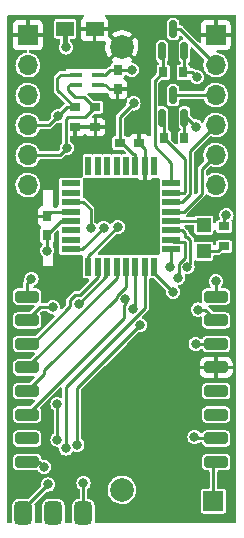
<source format=gbr>
%TF.GenerationSoftware,KiCad,Pcbnew,(6.0.0)*%
%TF.CreationDate,2022-02-07T22:14:36+01:00*%
%TF.ProjectId,LoraTrigger,4c6f7261-5472-4696-9767-65722e6b6963,rev?*%
%TF.SameCoordinates,Original*%
%TF.FileFunction,Copper,L1,Top*%
%TF.FilePolarity,Positive*%
%FSLAX46Y46*%
G04 Gerber Fmt 4.6, Leading zero omitted, Abs format (unit mm)*
G04 Created by KiCad (PCBNEW (6.0.0)) date 2022-02-07 22:14:36*
%MOMM*%
%LPD*%
G01*
G04 APERTURE LIST*
G04 Aperture macros list*
%AMRoundRect*
0 Rectangle with rounded corners*
0 $1 Rounding radius*
0 $2 $3 $4 $5 $6 $7 $8 $9 X,Y pos of 4 corners*
0 Add a 4 corners polygon primitive as box body*
4,1,4,$2,$3,$4,$5,$6,$7,$8,$9,$2,$3,0*
0 Add four circle primitives for the rounded corners*
1,1,$1+$1,$2,$3*
1,1,$1+$1,$4,$5*
1,1,$1+$1,$6,$7*
1,1,$1+$1,$8,$9*
0 Add four rect primitives between the rounded corners*
20,1,$1+$1,$2,$3,$4,$5,0*
20,1,$1+$1,$4,$5,$6,$7,0*
20,1,$1+$1,$6,$7,$8,$9,0*
20,1,$1+$1,$8,$9,$2,$3,0*%
G04 Aperture macros list end*
%TA.AperFunction,SMDPad,CuDef*%
%ADD10R,1.200000X1.200000*%
%TD*%
%TA.AperFunction,ComponentPad*%
%ADD11R,1.700000X1.700000*%
%TD*%
%TA.AperFunction,ConnectorPad*%
%ADD12RoundRect,0.375000X-0.375000X-0.625000X0.375000X-0.625000X0.375000X0.625000X-0.375000X0.625000X0*%
%TD*%
%TA.AperFunction,SMDPad,CuDef*%
%ADD13RoundRect,0.250000X-0.750000X-0.250000X0.750000X-0.250000X0.750000X0.250000X-0.750000X0.250000X0*%
%TD*%
%TA.AperFunction,ComponentPad*%
%ADD14C,2.000000*%
%TD*%
%TA.AperFunction,SMDPad,CuDef*%
%ADD15R,0.750000X0.900000*%
%TD*%
%TA.AperFunction,SMDPad,CuDef*%
%ADD16R,0.900000X0.750000*%
%TD*%
%TA.AperFunction,SMDPad,CuDef*%
%ADD17R,0.900000X0.700000*%
%TD*%
%TA.AperFunction,SMDPad,CuDef*%
%ADD18R,1.500000X1.250000*%
%TD*%
%TA.AperFunction,SMDPad,CuDef*%
%ADD19R,0.700000X0.900000*%
%TD*%
%TA.AperFunction,SMDPad,CuDef*%
%ADD20RoundRect,0.150000X0.150000X-0.587500X0.150000X0.587500X-0.150000X0.587500X-0.150000X-0.587500X0*%
%TD*%
%TA.AperFunction,SMDPad,CuDef*%
%ADD21R,0.550000X1.600000*%
%TD*%
%TA.AperFunction,SMDPad,CuDef*%
%ADD22R,1.600000X0.550000*%
%TD*%
%TA.AperFunction,ComponentPad*%
%ADD23O,1.700000X1.700000*%
%TD*%
%TA.AperFunction,SMDPad,CuDef*%
%ADD24R,1.100000X0.300000*%
%TD*%
%TA.AperFunction,ViaPad*%
%ADD25C,0.800000*%
%TD*%
%TA.AperFunction,Conductor*%
%ADD26C,0.250000*%
%TD*%
%TA.AperFunction,Conductor*%
%ADD27C,0.400000*%
%TD*%
G04 APERTURE END LIST*
D10*
X115400000Y-59350000D03*
X115400000Y-57150000D03*
D11*
X116205000Y-80518000D03*
D12*
X100110000Y-81552000D03*
X102650000Y-81552000D03*
X105190000Y-81552000D03*
D13*
X116426000Y-75200000D03*
X100426000Y-77200000D03*
X100426000Y-63200000D03*
X100426000Y-65200000D03*
X100426000Y-67200000D03*
X100426000Y-69200000D03*
X100426000Y-71200000D03*
X100426000Y-73200000D03*
X116426000Y-67200000D03*
X116426000Y-65200000D03*
X116426000Y-63200000D03*
X116426000Y-73200000D03*
X116426000Y-71200000D03*
X100426000Y-75200000D03*
X116426000Y-77200000D03*
X116426000Y-69200000D03*
D14*
X108450000Y-42050000D03*
X108450000Y-79550000D03*
D15*
X102100000Y-56400000D03*
X102100000Y-58000000D03*
X108100000Y-45641421D03*
X108100000Y-44041421D03*
D16*
X109900000Y-50200000D03*
X108300000Y-50200000D03*
D17*
X117100000Y-58950000D03*
X117100000Y-57250000D03*
X106200000Y-48850000D03*
X106200000Y-47150000D03*
X104500000Y-48850000D03*
X104500000Y-47150000D03*
D18*
X106150000Y-40525000D03*
X103650000Y-40525000D03*
D19*
X112050000Y-49800000D03*
X113750000Y-49800000D03*
D20*
X111850000Y-42437500D03*
X113750000Y-42437500D03*
X112800000Y-40562500D03*
D21*
X105600000Y-60650000D03*
X106400000Y-60650000D03*
X107200000Y-60650000D03*
X108000000Y-60650000D03*
X108800000Y-60650000D03*
X109600000Y-60650000D03*
X110400000Y-60650000D03*
X111200000Y-60650000D03*
D22*
X112650000Y-59200000D03*
X112650000Y-58400000D03*
X112650000Y-57600000D03*
X112650000Y-56800000D03*
X112650000Y-56000000D03*
X112650000Y-55200000D03*
X112650000Y-54400000D03*
X112650000Y-53600000D03*
D21*
X111200000Y-52150000D03*
X110400000Y-52150000D03*
X109600000Y-52150000D03*
X108800000Y-52150000D03*
X108000000Y-52150000D03*
X107200000Y-52150000D03*
X106400000Y-52150000D03*
X105600000Y-52150000D03*
D22*
X104150000Y-53600000D03*
X104150000Y-54400000D03*
X104150000Y-55200000D03*
X104150000Y-56000000D03*
X104150000Y-56800000D03*
X104150000Y-57600000D03*
X104150000Y-58400000D03*
X104150000Y-59200000D03*
D11*
X100500000Y-41050000D03*
D23*
X100500000Y-43590000D03*
X100500000Y-46130000D03*
X100500000Y-48670000D03*
X100500000Y-51210000D03*
X100500000Y-53750000D03*
D11*
X116400000Y-41050000D03*
D23*
X116400000Y-43590000D03*
X116400000Y-46130000D03*
X116400000Y-48670000D03*
X116400000Y-51210000D03*
X116400000Y-53750000D03*
D19*
X111950000Y-44200000D03*
X113650000Y-44200000D03*
D24*
X104600000Y-44441421D03*
X104600000Y-45241421D03*
X106400000Y-45241421D03*
X106400000Y-44441421D03*
D20*
X111850000Y-48037500D03*
X113750000Y-48037500D03*
X112800000Y-46162500D03*
D25*
X112500000Y-60700000D03*
X108750682Y-63421897D03*
X102600000Y-64100000D03*
X104800701Y-63800701D03*
X112800000Y-62800000D03*
X114700000Y-67200000D03*
X109437701Y-46837701D03*
X100800000Y-61700000D03*
X102100000Y-59300000D03*
X114700000Y-48800000D03*
X109300000Y-44000000D03*
X101875500Y-77618230D03*
X114600000Y-75100000D03*
X103700000Y-42100000D03*
X114800000Y-44600000D03*
X117300000Y-56300000D03*
X107500000Y-74700000D03*
X111900000Y-72500000D03*
X110200000Y-45700000D03*
X105400000Y-50500000D03*
X99900000Y-78900000D03*
X103055718Y-47899248D03*
X106900000Y-57400000D03*
X103800000Y-50600000D03*
X108100000Y-57300000D03*
X109365347Y-64210055D03*
X105200000Y-79000000D03*
X104679236Y-75758471D03*
X110000000Y-65600000D03*
X116400000Y-61900000D03*
X114000000Y-60700000D03*
X113200000Y-61600000D03*
X114900000Y-64300000D03*
X103724500Y-76054246D03*
X103000000Y-72300000D03*
X102200000Y-79100000D03*
X103000000Y-75300000D03*
X105800000Y-57400000D03*
D26*
X112650000Y-59200000D02*
X112650000Y-60550000D01*
X108640846Y-64985154D02*
X108640846Y-63909956D01*
X108640846Y-63909956D02*
X108790846Y-63759956D01*
X108790846Y-63759956D02*
X108790846Y-63462061D01*
X112650000Y-60550000D02*
X112500000Y-60700000D01*
X100426000Y-73200000D02*
X108640846Y-64985154D01*
X108790846Y-63462061D02*
X108750682Y-63421897D01*
X101900000Y-69726000D02*
X100426000Y-71200000D01*
X108026181Y-63319088D02*
X101900000Y-69445269D01*
X108800000Y-62347979D02*
X108026181Y-63121798D01*
X108026181Y-63121798D02*
X108026181Y-63319088D01*
X108800000Y-60650000D02*
X108800000Y-62347979D01*
X101900000Y-69445269D02*
X101900000Y-69726000D01*
X108000000Y-61626000D02*
X100426000Y-69200000D01*
X108000000Y-60650000D02*
X108000000Y-61626000D01*
X104889498Y-63076200D02*
X104500602Y-63076200D01*
X104076200Y-64023800D02*
X100900000Y-67200000D01*
X104500602Y-63076200D02*
X104076200Y-63500602D01*
X106400000Y-61565698D02*
X104889498Y-63076200D01*
X104076200Y-63500602D02*
X104076200Y-64023800D01*
X100900000Y-67200000D02*
X100426000Y-67200000D01*
X106400000Y-60650000D02*
X106400000Y-61565698D01*
X107200000Y-61401402D02*
X104800701Y-63800701D01*
X101526000Y-64100000D02*
X100426000Y-65200000D01*
X102600000Y-64100000D02*
X101526000Y-64100000D01*
X107200000Y-60650000D02*
X107200000Y-61401402D01*
X111200000Y-61200000D02*
X112800000Y-62800000D01*
X111200000Y-60650000D02*
X111200000Y-61200000D01*
X114700000Y-67200000D02*
X116426000Y-67200000D01*
X114700000Y-75200000D02*
X114600000Y-75100000D01*
X113650000Y-44200000D02*
X114400000Y-44200000D01*
X113750000Y-42437500D02*
X113750000Y-44100000D01*
X101457270Y-77200000D02*
X101875500Y-77618230D01*
X108300000Y-47975402D02*
X109437701Y-46837701D01*
X109600000Y-51100000D02*
X109600000Y-52150000D01*
X108100000Y-44041421D02*
X109258579Y-44041421D01*
X113750000Y-44100000D02*
X113650000Y-44200000D01*
X117100000Y-57250000D02*
X117100000Y-56500000D01*
X102100000Y-58000000D02*
X102100000Y-59300000D01*
X109258579Y-44041421D02*
X109300000Y-44000000D01*
X113937500Y-48037500D02*
X114700000Y-48800000D01*
X109399511Y-51100000D02*
X109600000Y-51100000D01*
X108100000Y-44041421D02*
X107458579Y-44041421D01*
X100426000Y-77200000D02*
X101457270Y-77200000D01*
X100426000Y-62074000D02*
X100800000Y-61700000D01*
X116426000Y-75200000D02*
X114700000Y-75200000D01*
X113750000Y-48037500D02*
X113937500Y-48037500D01*
X108499511Y-50200000D02*
X109399511Y-51100000D01*
X107058579Y-44441421D02*
X106200000Y-44441421D01*
X117100000Y-56500000D02*
X117300000Y-56300000D01*
X107458579Y-44041421D02*
X107058579Y-44441421D01*
X108300000Y-50200000D02*
X108300000Y-47975402D01*
X100426000Y-63200000D02*
X100426000Y-62074000D01*
X103650000Y-42050000D02*
X103700000Y-42100000D01*
X114400000Y-44200000D02*
X114800000Y-44600000D01*
D27*
X103650000Y-40525000D02*
X103650000Y-42050000D01*
D26*
X102100000Y-58000000D02*
X103300000Y-56800000D01*
X103300000Y-56800000D02*
X104150000Y-56800000D01*
X113750000Y-48037500D02*
X113750000Y-49800000D01*
X108300000Y-50200000D02*
X108499511Y-50200000D01*
X102500000Y-56000000D02*
X104150000Y-56000000D01*
X107441421Y-45641421D02*
X107041421Y-45241421D01*
X110400000Y-50700000D02*
X110400000Y-52150000D01*
X109900000Y-50200000D02*
X110400000Y-50700000D01*
X108100000Y-45641421D02*
X107441421Y-45641421D01*
X110300000Y-52050000D02*
X110400000Y-52150000D01*
X102100000Y-56400000D02*
X102500000Y-56000000D01*
X107041421Y-45241421D02*
X106200000Y-45241421D01*
X104200000Y-44441421D02*
X104800000Y-44441421D01*
X104150000Y-59200000D02*
X105100000Y-59200000D01*
X103055718Y-47899248D02*
X102284966Y-48670000D01*
X103000000Y-45700000D02*
X103000000Y-44700000D01*
X104500000Y-47150000D02*
X104450000Y-47150000D01*
X104500000Y-47150000D02*
X103804966Y-47150000D01*
X102284966Y-48670000D02*
X100500000Y-48670000D01*
X103000000Y-44700000D02*
X103258579Y-44441421D01*
X103258579Y-44441421D02*
X104600000Y-44441421D01*
X103804966Y-47150000D02*
X103055718Y-47899248D01*
X104450000Y-47150000D02*
X103000000Y-45700000D01*
X105100000Y-59200000D02*
X106900000Y-57400000D01*
X106200000Y-47150000D02*
X106100000Y-47150000D01*
X103190000Y-51210000D02*
X100500000Y-51210000D01*
X105250000Y-46300000D02*
X104500000Y-46300000D01*
X105350000Y-48000000D02*
X106200000Y-47150000D01*
X103900000Y-45400000D02*
X104058579Y-45241421D01*
X103700000Y-48900000D02*
X103725489Y-48874511D01*
X103800000Y-50600000D02*
X103700000Y-50500000D01*
X104058579Y-45241421D02*
X104800000Y-45241421D01*
X103900000Y-45700000D02*
X103900000Y-45400000D01*
X103725489Y-48175489D02*
X103900978Y-48000000D01*
X103800000Y-50600000D02*
X103190000Y-51210000D01*
X104500000Y-46300000D02*
X103900000Y-45700000D01*
X103725489Y-48874511D02*
X103725489Y-48175489D01*
X106100000Y-47150000D02*
X105250000Y-46300000D01*
X105600000Y-59800000D02*
X108100000Y-57300000D01*
X105600000Y-60650000D02*
X105600000Y-59800000D01*
X103700000Y-50500000D02*
X103700000Y-48900000D01*
X103900978Y-48000000D02*
X105350000Y-48000000D01*
X116600000Y-59350000D02*
X117000000Y-58950000D01*
X115200000Y-59350000D02*
X116600000Y-59350000D01*
X112650000Y-56800000D02*
X114850000Y-56800000D01*
X114850000Y-56800000D02*
X115200000Y-57150000D01*
X116426000Y-77200000D02*
X116205000Y-77421000D01*
X116205000Y-77421000D02*
X116205000Y-80518000D01*
X105200000Y-79000000D02*
X105200000Y-81542000D01*
X109600000Y-63975402D02*
X109365347Y-64210055D01*
X109600000Y-60650000D02*
X109600000Y-63975402D01*
X110000000Y-65600000D02*
X104679236Y-70920764D01*
X105200000Y-81542000D02*
X105190000Y-81552000D01*
X104679236Y-70920764D02*
X104679236Y-75758471D01*
X113960704Y-58150978D02*
X114224022Y-58414296D01*
X114224022Y-60475978D02*
X114000000Y-60700000D01*
X116400000Y-63174000D02*
X116426000Y-63200000D01*
X114224022Y-58414296D02*
X114224022Y-60475978D01*
X113574022Y-57600000D02*
X113774511Y-57800489D01*
X113774511Y-58150978D02*
X113960704Y-58150978D01*
X113774511Y-57800489D02*
X113774511Y-58150978D01*
X116400000Y-61900000D02*
X116400000Y-63174000D01*
X112650000Y-57600000D02*
X113574022Y-57600000D01*
X113275499Y-60399901D02*
X113275499Y-61524501D01*
X114900000Y-64300000D02*
X115526000Y-64300000D01*
X113774511Y-59900889D02*
X113275499Y-60399901D01*
X113275499Y-61524501D02*
X113200000Y-61600000D01*
X112650000Y-58400000D02*
X112850489Y-58600489D01*
X112850489Y-58600489D02*
X113774511Y-58600489D01*
X115526000Y-64300000D02*
X116426000Y-65200000D01*
X113774511Y-58600489D02*
X113774511Y-59900889D01*
X103724500Y-70850900D02*
X103724500Y-76054246D01*
X109724501Y-64875499D02*
X109699901Y-64875499D01*
X110400000Y-60650000D02*
X110400000Y-64200000D01*
X110400000Y-64200000D02*
X109724501Y-64875499D01*
X109699901Y-64875499D02*
X103724500Y-70850900D01*
X103000000Y-75300000D02*
X103000000Y-72300000D01*
X100110000Y-81552000D02*
X100110000Y-81190000D01*
X105800000Y-55800000D02*
X105800000Y-57400000D01*
X105200000Y-55200000D02*
X105800000Y-55800000D01*
X104150000Y-55200000D02*
X105200000Y-55200000D01*
X100110000Y-81190000D02*
X102200000Y-79100000D01*
X100110000Y-81552000D02*
X100110000Y-80790000D01*
X111950000Y-44200000D02*
X111950000Y-42537500D01*
X111225480Y-44924520D02*
X111950000Y-44200000D01*
X112650000Y-53600000D02*
X112650000Y-51849022D01*
X112650000Y-51849022D02*
X111225480Y-50424502D01*
X111950000Y-42537500D02*
X111850000Y-42437500D01*
X111225480Y-50424502D02*
X111225480Y-44924520D01*
X112050000Y-49800000D02*
X112050000Y-48237500D01*
X113700000Y-54400000D02*
X113774511Y-54325489D01*
X113774511Y-54325489D02*
X113774511Y-51524511D01*
X112050000Y-48237500D02*
X111850000Y-48037500D01*
X112650000Y-54400000D02*
X113700000Y-54400000D01*
X113774511Y-51524511D02*
X112050000Y-49800000D01*
X112650000Y-55200000D02*
X113574022Y-55200000D01*
X113574022Y-55200000D02*
X114224022Y-54550000D01*
X114224022Y-54550000D02*
X114224022Y-50845978D01*
X114224022Y-50845978D02*
X116400000Y-48670000D01*
X115225489Y-52384511D02*
X116400000Y-51210000D01*
X112650000Y-56000000D02*
X113700000Y-56000000D01*
X113700000Y-56000000D02*
X115225489Y-54474511D01*
X115225489Y-54474511D02*
X115225489Y-52384511D01*
X113372500Y-40562500D02*
X116400000Y-43590000D01*
X112800000Y-40562500D02*
X113372500Y-40562500D01*
X112800000Y-46162500D02*
X112832500Y-46130000D01*
X112832500Y-46130000D02*
X116400000Y-46130000D01*
%TA.AperFunction,Conductor*%
G36*
X105208380Y-39336002D02*
G01*
X105254873Y-39389658D01*
X105264977Y-39459932D01*
X105235483Y-39524512D01*
X105197463Y-39554266D01*
X105170790Y-39567857D01*
X105154944Y-39579370D01*
X105079370Y-39654944D01*
X105067859Y-39670787D01*
X105019336Y-39766018D01*
X105013284Y-39784645D01*
X105000775Y-39863627D01*
X105000000Y-39873473D01*
X105000000Y-40356885D01*
X105004475Y-40372124D01*
X105005865Y-40373329D01*
X105013548Y-40375000D01*
X107281884Y-40375000D01*
X107297123Y-40370525D01*
X107298328Y-40369135D01*
X107299999Y-40361452D01*
X107299999Y-39873475D01*
X107299224Y-39863626D01*
X107286717Y-39784649D01*
X107280662Y-39766014D01*
X107232141Y-39670787D01*
X107220630Y-39654944D01*
X107145056Y-39579370D01*
X107129210Y-39567857D01*
X107102537Y-39554266D01*
X107050923Y-39505518D01*
X107033857Y-39436603D01*
X107056758Y-39369402D01*
X107112356Y-39325250D01*
X107159741Y-39316000D01*
X118024000Y-39316000D01*
X118092121Y-39336002D01*
X118138614Y-39389658D01*
X118150000Y-39442000D01*
X118150000Y-56233391D01*
X118129998Y-56301512D01*
X118127849Y-56303374D01*
X118148495Y-56347194D01*
X118150000Y-56366609D01*
X118150000Y-82274000D01*
X118129998Y-82342121D01*
X118076342Y-82388614D01*
X118024000Y-82400000D01*
X106259783Y-82400000D01*
X106191662Y-82379998D01*
X106145169Y-82326342D01*
X106134861Y-82257554D01*
X106139962Y-82218807D01*
X106139962Y-82218806D01*
X106140500Y-82214720D01*
X106140500Y-81387748D01*
X115154500Y-81387748D01*
X115166133Y-81446231D01*
X115210448Y-81512552D01*
X115276769Y-81556867D01*
X115288938Y-81559288D01*
X115288939Y-81559288D01*
X115329184Y-81567293D01*
X115335252Y-81568500D01*
X117074748Y-81568500D01*
X117080816Y-81567293D01*
X117121061Y-81559288D01*
X117121062Y-81559288D01*
X117133231Y-81556867D01*
X117199552Y-81512552D01*
X117243867Y-81446231D01*
X117255500Y-81387748D01*
X117255500Y-79648252D01*
X117249238Y-79616772D01*
X117246288Y-79601939D01*
X117246288Y-79601938D01*
X117243867Y-79589769D01*
X117199552Y-79523448D01*
X117133231Y-79479133D01*
X117121062Y-79476712D01*
X117121061Y-79476712D01*
X117080816Y-79468707D01*
X117074748Y-79467500D01*
X116656500Y-79467500D01*
X116588379Y-79447498D01*
X116541886Y-79393842D01*
X116530500Y-79341500D01*
X116530500Y-78026500D01*
X116550502Y-77958379D01*
X116604158Y-77911886D01*
X116656500Y-77900500D01*
X117229834Y-77900500D01*
X117247752Y-77898806D01*
X117253722Y-77898242D01*
X117253723Y-77898242D01*
X117261369Y-77897519D01*
X117389184Y-77852634D01*
X117396754Y-77847042D01*
X117396757Y-77847041D01*
X117490579Y-77777742D01*
X117498150Y-77772150D01*
X117510665Y-77755206D01*
X117573041Y-77670757D01*
X117573042Y-77670754D01*
X117578634Y-77663184D01*
X117623519Y-77535369D01*
X117626500Y-77503834D01*
X117626500Y-76896166D01*
X117623519Y-76864631D01*
X117578634Y-76736816D01*
X117573042Y-76729246D01*
X117573041Y-76729243D01*
X117503742Y-76635421D01*
X117498150Y-76627850D01*
X117424912Y-76573755D01*
X117396757Y-76552959D01*
X117396754Y-76552958D01*
X117389184Y-76547366D01*
X117261369Y-76502481D01*
X117253723Y-76501758D01*
X117253722Y-76501758D01*
X117247752Y-76501194D01*
X117229834Y-76499500D01*
X115622166Y-76499500D01*
X115604248Y-76501194D01*
X115598278Y-76501758D01*
X115598277Y-76501758D01*
X115590631Y-76502481D01*
X115462816Y-76547366D01*
X115455246Y-76552958D01*
X115455243Y-76552959D01*
X115427088Y-76573755D01*
X115353850Y-76627850D01*
X115348258Y-76635421D01*
X115278959Y-76729243D01*
X115278958Y-76729246D01*
X115273366Y-76736816D01*
X115228481Y-76864631D01*
X115225500Y-76896166D01*
X115225500Y-77503834D01*
X115228481Y-77535369D01*
X115273366Y-77663184D01*
X115278958Y-77670754D01*
X115278959Y-77670757D01*
X115341335Y-77755206D01*
X115353850Y-77772150D01*
X115361421Y-77777742D01*
X115455243Y-77847041D01*
X115455246Y-77847042D01*
X115462816Y-77852634D01*
X115590631Y-77897519D01*
X115598277Y-77898242D01*
X115598278Y-77898242D01*
X115604248Y-77898806D01*
X115622166Y-77900500D01*
X115753500Y-77900500D01*
X115821621Y-77920502D01*
X115868114Y-77974158D01*
X115879500Y-78026500D01*
X115879500Y-79341500D01*
X115859498Y-79409621D01*
X115805842Y-79456114D01*
X115753500Y-79467500D01*
X115335252Y-79467500D01*
X115329184Y-79468707D01*
X115288939Y-79476712D01*
X115288938Y-79476712D01*
X115276769Y-79479133D01*
X115210448Y-79523448D01*
X115166133Y-79589769D01*
X115163712Y-79601938D01*
X115163712Y-79601939D01*
X115160762Y-79616772D01*
X115154500Y-79648252D01*
X115154500Y-81387748D01*
X106140500Y-81387748D01*
X106140500Y-80889280D01*
X106125687Y-80776764D01*
X106067698Y-80636767D01*
X105975451Y-80516549D01*
X105855233Y-80424302D01*
X105715236Y-80366313D01*
X105635054Y-80355757D01*
X105570127Y-80327035D01*
X105531035Y-80267770D01*
X105525500Y-80230835D01*
X105525500Y-79569286D01*
X105540430Y-79518440D01*
X107244770Y-79518440D01*
X107259200Y-79738604D01*
X107260621Y-79744200D01*
X107260622Y-79744205D01*
X107312090Y-79946857D01*
X107313511Y-79952452D01*
X107315928Y-79957694D01*
X107315928Y-79957695D01*
X107354046Y-80040379D01*
X107405883Y-80152821D01*
X107533222Y-80333002D01*
X107691264Y-80486961D01*
X107696060Y-80490166D01*
X107696063Y-80490168D01*
X107780261Y-80546427D01*
X107874717Y-80609540D01*
X107880020Y-80611818D01*
X107880023Y-80611820D01*
X108033894Y-80677928D01*
X108077436Y-80696635D01*
X108151177Y-80713321D01*
X108286995Y-80744054D01*
X108287001Y-80744055D01*
X108292632Y-80745329D01*
X108298403Y-80745556D01*
X108298405Y-80745556D01*
X108366211Y-80748220D01*
X108513098Y-80753991D01*
X108622275Y-80738161D01*
X108725738Y-80723160D01*
X108725743Y-80723159D01*
X108731452Y-80722331D01*
X108736916Y-80720476D01*
X108736921Y-80720475D01*
X108934907Y-80653268D01*
X108934912Y-80653266D01*
X108940379Y-80651410D01*
X109132884Y-80543602D01*
X109165412Y-80516549D01*
X109298086Y-80406204D01*
X109302518Y-80402518D01*
X109344502Y-80352038D01*
X109439908Y-80237326D01*
X109439910Y-80237323D01*
X109443602Y-80232884D01*
X109551410Y-80040379D01*
X109553266Y-80034912D01*
X109553268Y-80034907D01*
X109620475Y-79836921D01*
X109620476Y-79836916D01*
X109622331Y-79831452D01*
X109623159Y-79825743D01*
X109623160Y-79825738D01*
X109651874Y-79627696D01*
X109653991Y-79613098D01*
X109655643Y-79550000D01*
X109635454Y-79330289D01*
X109614718Y-79256762D01*
X109589357Y-79166840D01*
X109575565Y-79117936D01*
X109477980Y-78920053D01*
X109345967Y-78743267D01*
X109183949Y-78593499D01*
X108997350Y-78475764D01*
X108792421Y-78394006D01*
X108786761Y-78392880D01*
X108786757Y-78392879D01*
X108581691Y-78352089D01*
X108581688Y-78352089D01*
X108576024Y-78350962D01*
X108570249Y-78350886D01*
X108570245Y-78350886D01*
X108459504Y-78349437D01*
X108355406Y-78348074D01*
X108349709Y-78349053D01*
X108349708Y-78349053D01*
X108143654Y-78384459D01*
X108143653Y-78384459D01*
X108137957Y-78385438D01*
X107930957Y-78461804D01*
X107925996Y-78464756D01*
X107925995Y-78464756D01*
X107754652Y-78566695D01*
X107741341Y-78574614D01*
X107575457Y-78720090D01*
X107438863Y-78893360D01*
X107336131Y-79088620D01*
X107270703Y-79299333D01*
X107244770Y-79518440D01*
X105540430Y-79518440D01*
X105545502Y-79501165D01*
X105574796Y-79469323D01*
X105621736Y-79433305D01*
X105628282Y-79428282D01*
X105724536Y-79302841D01*
X105785044Y-79156762D01*
X105805682Y-79000000D01*
X105785044Y-78843238D01*
X105724536Y-78697159D01*
X105628282Y-78571718D01*
X105502841Y-78475464D01*
X105356762Y-78414956D01*
X105200000Y-78394318D01*
X105043238Y-78414956D01*
X104897159Y-78475464D01*
X104771718Y-78571718D01*
X104675464Y-78697159D01*
X104614956Y-78843238D01*
X104594318Y-79000000D01*
X104614956Y-79156762D01*
X104675464Y-79302841D01*
X104771718Y-79428282D01*
X104778264Y-79433305D01*
X104825204Y-79469323D01*
X104867071Y-79526661D01*
X104874500Y-79569286D01*
X104874500Y-80228202D01*
X104854498Y-80296323D01*
X104800842Y-80342816D01*
X104764947Y-80353124D01*
X104664764Y-80366313D01*
X104524767Y-80424302D01*
X104404549Y-80516549D01*
X104312302Y-80636767D01*
X104254313Y-80776764D01*
X104239500Y-80889280D01*
X104239500Y-82214720D01*
X104240038Y-82218806D01*
X104240038Y-82218807D01*
X104245139Y-82257554D01*
X104234199Y-82327703D01*
X104187071Y-82380801D01*
X104120217Y-82400000D01*
X103719783Y-82400000D01*
X103651662Y-82379998D01*
X103605169Y-82326342D01*
X103594861Y-82257554D01*
X103599962Y-82218807D01*
X103599962Y-82218806D01*
X103600500Y-82214720D01*
X103600500Y-80889280D01*
X103585687Y-80776764D01*
X103527698Y-80636767D01*
X103435451Y-80516549D01*
X103315233Y-80424302D01*
X103175236Y-80366313D01*
X103167048Y-80365235D01*
X103066807Y-80352038D01*
X103066806Y-80352038D01*
X103062720Y-80351500D01*
X102237280Y-80351500D01*
X102233194Y-80352038D01*
X102233193Y-80352038D01*
X102132952Y-80365235D01*
X102124764Y-80366313D01*
X101984767Y-80424302D01*
X101864549Y-80516549D01*
X101772302Y-80636767D01*
X101714313Y-80776764D01*
X101699500Y-80889280D01*
X101699500Y-82214720D01*
X101700038Y-82218806D01*
X101700038Y-82218807D01*
X101705139Y-82257554D01*
X101694199Y-82327703D01*
X101647071Y-82380801D01*
X101580217Y-82400000D01*
X101179783Y-82400000D01*
X101111662Y-82379998D01*
X101065169Y-82326342D01*
X101054861Y-82257554D01*
X101059962Y-82218807D01*
X101059962Y-82218806D01*
X101060500Y-82214720D01*
X101060500Y-80889280D01*
X101046570Y-80783470D01*
X101057509Y-80713321D01*
X101082395Y-80677932D01*
X102027620Y-79732707D01*
X102089930Y-79698683D01*
X102133158Y-79696882D01*
X102200000Y-79705682D01*
X102208188Y-79704604D01*
X102348574Y-79686122D01*
X102356762Y-79685044D01*
X102502841Y-79624536D01*
X102595151Y-79553704D01*
X102621736Y-79533305D01*
X102628282Y-79528282D01*
X102724536Y-79402841D01*
X102785044Y-79256762D01*
X102805682Y-79100000D01*
X102785044Y-78943238D01*
X102724536Y-78797159D01*
X102628282Y-78671718D01*
X102502841Y-78575464D01*
X102356762Y-78514956D01*
X102200000Y-78494318D01*
X102043238Y-78514956D01*
X101897159Y-78575464D01*
X101771718Y-78671718D01*
X101675464Y-78797159D01*
X101614956Y-78943238D01*
X101594318Y-79100000D01*
X101602796Y-79164391D01*
X101603118Y-79166840D01*
X101592179Y-79236989D01*
X101567291Y-79272382D01*
X100525079Y-80314595D01*
X100462767Y-80348620D01*
X100435984Y-80351500D01*
X99697280Y-80351500D01*
X99693194Y-80352038D01*
X99693193Y-80352038D01*
X99592952Y-80365235D01*
X99584764Y-80366313D01*
X99444767Y-80424302D01*
X99324549Y-80516549D01*
X99232302Y-80636767D01*
X99174313Y-80776764D01*
X99159500Y-80889280D01*
X99159500Y-82214720D01*
X99160038Y-82218806D01*
X99160038Y-82218807D01*
X99165139Y-82257554D01*
X99154199Y-82327703D01*
X99107071Y-82380801D01*
X99040217Y-82400000D01*
X98876000Y-82400000D01*
X98807879Y-82379998D01*
X98761386Y-82326342D01*
X98750000Y-82274000D01*
X98750000Y-77503834D01*
X99225500Y-77503834D01*
X99228481Y-77535369D01*
X99273366Y-77663184D01*
X99278958Y-77670754D01*
X99278959Y-77670757D01*
X99341335Y-77755206D01*
X99353850Y-77772150D01*
X99361421Y-77777742D01*
X99455243Y-77847041D01*
X99455246Y-77847042D01*
X99462816Y-77852634D01*
X99590631Y-77897519D01*
X99598277Y-77898242D01*
X99598278Y-77898242D01*
X99604248Y-77898806D01*
X99622166Y-77900500D01*
X101229834Y-77900500D01*
X101239491Y-77899587D01*
X101258665Y-77897775D01*
X101328366Y-77911278D01*
X101370484Y-77946512D01*
X101442191Y-78039962D01*
X101442195Y-78039966D01*
X101447218Y-78046512D01*
X101572659Y-78142766D01*
X101718738Y-78203274D01*
X101875500Y-78223912D01*
X101883688Y-78222834D01*
X102024074Y-78204352D01*
X102032262Y-78203274D01*
X102178341Y-78142766D01*
X102303782Y-78046512D01*
X102400036Y-77921071D01*
X102460544Y-77774992D01*
X102481182Y-77618230D01*
X102460544Y-77461468D01*
X102400036Y-77315389D01*
X102303782Y-77189948D01*
X102178341Y-77093694D01*
X102032262Y-77033186D01*
X101875500Y-77012548D01*
X101808657Y-77021348D01*
X101738510Y-77010409D01*
X101703117Y-76985521D01*
X101701381Y-76983785D01*
X101693954Y-76975681D01*
X101676811Y-76955251D01*
X101676812Y-76955251D01*
X101669725Y-76946806D01*
X101665483Y-76944357D01*
X101628248Y-76888391D01*
X101625493Y-76877980D01*
X101624242Y-76872277D01*
X101623519Y-76864631D01*
X101578634Y-76736816D01*
X101573042Y-76729246D01*
X101573041Y-76729243D01*
X101503742Y-76635421D01*
X101498150Y-76627850D01*
X101424912Y-76573755D01*
X101396757Y-76552959D01*
X101396754Y-76552958D01*
X101389184Y-76547366D01*
X101261369Y-76502481D01*
X101253723Y-76501758D01*
X101253722Y-76501758D01*
X101247752Y-76501194D01*
X101229834Y-76499500D01*
X99622166Y-76499500D01*
X99604248Y-76501194D01*
X99598278Y-76501758D01*
X99598277Y-76501758D01*
X99590631Y-76502481D01*
X99462816Y-76547366D01*
X99455246Y-76552958D01*
X99455243Y-76552959D01*
X99427088Y-76573755D01*
X99353850Y-76627850D01*
X99348258Y-76635421D01*
X99278959Y-76729243D01*
X99278958Y-76729246D01*
X99273366Y-76736816D01*
X99228481Y-76864631D01*
X99225500Y-76896166D01*
X99225500Y-77503834D01*
X98750000Y-77503834D01*
X98750000Y-75503834D01*
X99225500Y-75503834D01*
X99228481Y-75535369D01*
X99273366Y-75663184D01*
X99278958Y-75670754D01*
X99278959Y-75670757D01*
X99316613Y-75721736D01*
X99353850Y-75772150D01*
X99361421Y-75777742D01*
X99455243Y-75847041D01*
X99455246Y-75847042D01*
X99462816Y-75852634D01*
X99590631Y-75897519D01*
X99598277Y-75898242D01*
X99598278Y-75898242D01*
X99604248Y-75898806D01*
X99622166Y-75900500D01*
X101229834Y-75900500D01*
X101247752Y-75898806D01*
X101253722Y-75898242D01*
X101253723Y-75898242D01*
X101261369Y-75897519D01*
X101389184Y-75852634D01*
X101396754Y-75847042D01*
X101396757Y-75847041D01*
X101490579Y-75777742D01*
X101498150Y-75772150D01*
X101535387Y-75721736D01*
X101573041Y-75670757D01*
X101573042Y-75670754D01*
X101578634Y-75663184D01*
X101623519Y-75535369D01*
X101626500Y-75503834D01*
X101626500Y-74896166D01*
X101623519Y-74864631D01*
X101578634Y-74736816D01*
X101573042Y-74729246D01*
X101573041Y-74729243D01*
X101503742Y-74635421D01*
X101498150Y-74627850D01*
X101481206Y-74615335D01*
X101396757Y-74552959D01*
X101396754Y-74552958D01*
X101389184Y-74547366D01*
X101261369Y-74502481D01*
X101253723Y-74501758D01*
X101253722Y-74501758D01*
X101247752Y-74501194D01*
X101229834Y-74499500D01*
X99622166Y-74499500D01*
X99604248Y-74501194D01*
X99598278Y-74501758D01*
X99598277Y-74501758D01*
X99590631Y-74502481D01*
X99462816Y-74547366D01*
X99455246Y-74552958D01*
X99455243Y-74552959D01*
X99370794Y-74615335D01*
X99353850Y-74627850D01*
X99348258Y-74635421D01*
X99278959Y-74729243D01*
X99278958Y-74729246D01*
X99273366Y-74736816D01*
X99228481Y-74864631D01*
X99225500Y-74896166D01*
X99225500Y-75503834D01*
X98750000Y-75503834D01*
X98750000Y-73503834D01*
X99225500Y-73503834D01*
X99228481Y-73535369D01*
X99273366Y-73663184D01*
X99278958Y-73670754D01*
X99278959Y-73670757D01*
X99341335Y-73755206D01*
X99353850Y-73772150D01*
X99361421Y-73777742D01*
X99455243Y-73847041D01*
X99455246Y-73847042D01*
X99462816Y-73852634D01*
X99590631Y-73897519D01*
X99598277Y-73898242D01*
X99598278Y-73898242D01*
X99604248Y-73898806D01*
X99622166Y-73900500D01*
X101229834Y-73900500D01*
X101247752Y-73898806D01*
X101253722Y-73898242D01*
X101253723Y-73898242D01*
X101261369Y-73897519D01*
X101389184Y-73852634D01*
X101396754Y-73847042D01*
X101396757Y-73847041D01*
X101490579Y-73777742D01*
X101498150Y-73772150D01*
X101510665Y-73755206D01*
X101573041Y-73670757D01*
X101573042Y-73670754D01*
X101578634Y-73663184D01*
X101623519Y-73535369D01*
X101626500Y-73503834D01*
X101626500Y-72896166D01*
X101623519Y-72864631D01*
X101578634Y-72736816D01*
X101573041Y-72729244D01*
X101573039Y-72729240D01*
X101545741Y-72692281D01*
X101521359Y-72625603D01*
X101536896Y-72556327D01*
X101557998Y-72528328D01*
X103183905Y-70902421D01*
X103246217Y-70868395D01*
X103317032Y-70873460D01*
X103373868Y-70916007D01*
X103398679Y-70982527D01*
X103399000Y-70991516D01*
X103399000Y-71626722D01*
X103378998Y-71694843D01*
X103325342Y-71741336D01*
X103255068Y-71751440D01*
X103224782Y-71743131D01*
X103164391Y-71718116D01*
X103156762Y-71714956D01*
X103000000Y-71694318D01*
X102843238Y-71714956D01*
X102697159Y-71775464D01*
X102571718Y-71871718D01*
X102475464Y-71997159D01*
X102414956Y-72143238D01*
X102394318Y-72300000D01*
X102414956Y-72456762D01*
X102475464Y-72602841D01*
X102571718Y-72728282D01*
X102578264Y-72733305D01*
X102625204Y-72769323D01*
X102667071Y-72826661D01*
X102674500Y-72869286D01*
X102674500Y-74730714D01*
X102654498Y-74798835D01*
X102625204Y-74830677D01*
X102590399Y-74857384D01*
X102571718Y-74871718D01*
X102566695Y-74878264D01*
X102552958Y-74896166D01*
X102475464Y-74997159D01*
X102414956Y-75143238D01*
X102394318Y-75300000D01*
X102414956Y-75456762D01*
X102475464Y-75602841D01*
X102571718Y-75728282D01*
X102697159Y-75824536D01*
X102843238Y-75885044D01*
X103000000Y-75905682D01*
X102999945Y-75906102D01*
X103062964Y-75924606D01*
X103109457Y-75978262D01*
X103118381Y-76037800D01*
X103119896Y-76037800D01*
X103119896Y-76046058D01*
X103118818Y-76054246D01*
X103139456Y-76211008D01*
X103199964Y-76357087D01*
X103296218Y-76482528D01*
X103421659Y-76578782D01*
X103567738Y-76639290D01*
X103724500Y-76659928D01*
X103732688Y-76658850D01*
X103873074Y-76640368D01*
X103881262Y-76639290D01*
X104027341Y-76578782D01*
X104152782Y-76482528D01*
X104249036Y-76357087D01*
X104252025Y-76349871D01*
X104303256Y-76301019D01*
X104372969Y-76287580D01*
X104409213Y-76296601D01*
X104522474Y-76343515D01*
X104679236Y-76364153D01*
X104687424Y-76363075D01*
X104827810Y-76344593D01*
X104835998Y-76343515D01*
X104982077Y-76283007D01*
X105107518Y-76186753D01*
X105203772Y-76061312D01*
X105264280Y-75915233D01*
X105284918Y-75758471D01*
X105264280Y-75601709D01*
X105203772Y-75455630D01*
X105107518Y-75330189D01*
X105054032Y-75289148D01*
X105012165Y-75231810D01*
X105004736Y-75189185D01*
X105004736Y-75100000D01*
X113994318Y-75100000D01*
X114014956Y-75256762D01*
X114075464Y-75402841D01*
X114080491Y-75409392D01*
X114155221Y-75506782D01*
X114171718Y-75528282D01*
X114297159Y-75624536D01*
X114443238Y-75685044D01*
X114600000Y-75705682D01*
X114608188Y-75704604D01*
X114748574Y-75686122D01*
X114756762Y-75685044D01*
X114902841Y-75624536D01*
X114909394Y-75619508D01*
X114909397Y-75619506D01*
X114997975Y-75551538D01*
X115064195Y-75525937D01*
X115074679Y-75525500D01*
X115135719Y-75525500D01*
X115203840Y-75545502D01*
X115250333Y-75599158D01*
X115254601Y-75609748D01*
X115273366Y-75663184D01*
X115278958Y-75670754D01*
X115278959Y-75670757D01*
X115316613Y-75721736D01*
X115353850Y-75772150D01*
X115361421Y-75777742D01*
X115455243Y-75847041D01*
X115455246Y-75847042D01*
X115462816Y-75852634D01*
X115590631Y-75897519D01*
X115598277Y-75898242D01*
X115598278Y-75898242D01*
X115604248Y-75898806D01*
X115622166Y-75900500D01*
X117229834Y-75900500D01*
X117247752Y-75898806D01*
X117253722Y-75898242D01*
X117253723Y-75898242D01*
X117261369Y-75897519D01*
X117389184Y-75852634D01*
X117396754Y-75847042D01*
X117396757Y-75847041D01*
X117490579Y-75777742D01*
X117498150Y-75772150D01*
X117535387Y-75721736D01*
X117573041Y-75670757D01*
X117573042Y-75670754D01*
X117578634Y-75663184D01*
X117623519Y-75535369D01*
X117626500Y-75503834D01*
X117626500Y-74896166D01*
X117623519Y-74864631D01*
X117578634Y-74736816D01*
X117573042Y-74729246D01*
X117573041Y-74729243D01*
X117503742Y-74635421D01*
X117498150Y-74627850D01*
X117481206Y-74615335D01*
X117396757Y-74552959D01*
X117396754Y-74552958D01*
X117389184Y-74547366D01*
X117261369Y-74502481D01*
X117253723Y-74501758D01*
X117253722Y-74501758D01*
X117247752Y-74501194D01*
X117229834Y-74499500D01*
X115622166Y-74499500D01*
X115604248Y-74501194D01*
X115598278Y-74501758D01*
X115598277Y-74501758D01*
X115590631Y-74502481D01*
X115462816Y-74547366D01*
X115455246Y-74552958D01*
X115455243Y-74552959D01*
X115370794Y-74615335D01*
X115353850Y-74627850D01*
X115348258Y-74635421D01*
X115348255Y-74635424D01*
X115277092Y-74731771D01*
X115220531Y-74774682D01*
X115149749Y-74780202D01*
X115087220Y-74746578D01*
X115075778Y-74733616D01*
X115033305Y-74678264D01*
X115028282Y-74671718D01*
X114902841Y-74575464D01*
X114756762Y-74514956D01*
X114600000Y-74494318D01*
X114443238Y-74514956D01*
X114297159Y-74575464D01*
X114171718Y-74671718D01*
X114075464Y-74797159D01*
X114014956Y-74943238D01*
X113994318Y-75100000D01*
X105004736Y-75100000D01*
X105004736Y-73503834D01*
X115225500Y-73503834D01*
X115228481Y-73535369D01*
X115273366Y-73663184D01*
X115278958Y-73670754D01*
X115278959Y-73670757D01*
X115341335Y-73755206D01*
X115353850Y-73772150D01*
X115361421Y-73777742D01*
X115455243Y-73847041D01*
X115455246Y-73847042D01*
X115462816Y-73852634D01*
X115590631Y-73897519D01*
X115598277Y-73898242D01*
X115598278Y-73898242D01*
X115604248Y-73898806D01*
X115622166Y-73900500D01*
X117229834Y-73900500D01*
X117247752Y-73898806D01*
X117253722Y-73898242D01*
X117253723Y-73898242D01*
X117261369Y-73897519D01*
X117389184Y-73852634D01*
X117396754Y-73847042D01*
X117396757Y-73847041D01*
X117490579Y-73777742D01*
X117498150Y-73772150D01*
X117510665Y-73755206D01*
X117573041Y-73670757D01*
X117573042Y-73670754D01*
X117578634Y-73663184D01*
X117623519Y-73535369D01*
X117626500Y-73503834D01*
X117626500Y-72896166D01*
X117623519Y-72864631D01*
X117578634Y-72736816D01*
X117573042Y-72729246D01*
X117573041Y-72729243D01*
X117503742Y-72635421D01*
X117498150Y-72627850D01*
X117453961Y-72595211D01*
X117396757Y-72552959D01*
X117396754Y-72552958D01*
X117389184Y-72547366D01*
X117261369Y-72502481D01*
X117253723Y-72501758D01*
X117253722Y-72501758D01*
X117247752Y-72501194D01*
X117229834Y-72499500D01*
X115622166Y-72499500D01*
X115604248Y-72501194D01*
X115598278Y-72501758D01*
X115598277Y-72501758D01*
X115590631Y-72502481D01*
X115462816Y-72547366D01*
X115455246Y-72552958D01*
X115455243Y-72552959D01*
X115398039Y-72595211D01*
X115353850Y-72627850D01*
X115348258Y-72635421D01*
X115278959Y-72729243D01*
X115278958Y-72729246D01*
X115273366Y-72736816D01*
X115228481Y-72864631D01*
X115225500Y-72896166D01*
X115225500Y-73503834D01*
X105004736Y-73503834D01*
X105004736Y-71503834D01*
X115225500Y-71503834D01*
X115228481Y-71535369D01*
X115273366Y-71663184D01*
X115278958Y-71670754D01*
X115278959Y-71670757D01*
X115331090Y-71741336D01*
X115353850Y-71772150D01*
X115361421Y-71777742D01*
X115455243Y-71847041D01*
X115455246Y-71847042D01*
X115462816Y-71852634D01*
X115590631Y-71897519D01*
X115598277Y-71898242D01*
X115598278Y-71898242D01*
X115604248Y-71898806D01*
X115622166Y-71900500D01*
X117229834Y-71900500D01*
X117247752Y-71898806D01*
X117253722Y-71898242D01*
X117253723Y-71898242D01*
X117261369Y-71897519D01*
X117389184Y-71852634D01*
X117396754Y-71847042D01*
X117396757Y-71847041D01*
X117490579Y-71777742D01*
X117498150Y-71772150D01*
X117520910Y-71741336D01*
X117573041Y-71670757D01*
X117573042Y-71670754D01*
X117578634Y-71663184D01*
X117623519Y-71535369D01*
X117626500Y-71503834D01*
X117626500Y-70896166D01*
X117623519Y-70864631D01*
X117578634Y-70736816D01*
X117573042Y-70729246D01*
X117573041Y-70729243D01*
X117503742Y-70635421D01*
X117498150Y-70627850D01*
X117474912Y-70610686D01*
X117396757Y-70552959D01*
X117396754Y-70552958D01*
X117389184Y-70547366D01*
X117261369Y-70502481D01*
X117253723Y-70501758D01*
X117253722Y-70501758D01*
X117247752Y-70501194D01*
X117229834Y-70499500D01*
X115622166Y-70499500D01*
X115604248Y-70501194D01*
X115598278Y-70501758D01*
X115598277Y-70501758D01*
X115590631Y-70502481D01*
X115462816Y-70547366D01*
X115455246Y-70552958D01*
X115455243Y-70552959D01*
X115377088Y-70610686D01*
X115353850Y-70627850D01*
X115348258Y-70635421D01*
X115278959Y-70729243D01*
X115278958Y-70729246D01*
X115273366Y-70736816D01*
X115228481Y-70864631D01*
X115225500Y-70896166D01*
X115225500Y-71503834D01*
X105004736Y-71503834D01*
X105004736Y-71107780D01*
X105024738Y-71039659D01*
X105041641Y-71018685D01*
X106547153Y-69513173D01*
X115026000Y-69513173D01*
X115026193Y-69518099D01*
X115028396Y-69546081D01*
X115030695Y-69558668D01*
X115072506Y-69702585D01*
X115078755Y-69717024D01*
X115154279Y-69844729D01*
X115163926Y-69857165D01*
X115268835Y-69962074D01*
X115281271Y-69971721D01*
X115408976Y-70047245D01*
X115423415Y-70053494D01*
X115567332Y-70095305D01*
X115579919Y-70097604D01*
X115607901Y-70099807D01*
X115612827Y-70100000D01*
X116257885Y-70100000D01*
X116273124Y-70095525D01*
X116274329Y-70094135D01*
X116276000Y-70086452D01*
X116276000Y-70081885D01*
X116576000Y-70081885D01*
X116580475Y-70097124D01*
X116581865Y-70098329D01*
X116589548Y-70100000D01*
X117239173Y-70100000D01*
X117244099Y-70099807D01*
X117272081Y-70097604D01*
X117284668Y-70095305D01*
X117428585Y-70053494D01*
X117443024Y-70047245D01*
X117570729Y-69971721D01*
X117583165Y-69962074D01*
X117688074Y-69857165D01*
X117697721Y-69844729D01*
X117773245Y-69717024D01*
X117779494Y-69702585D01*
X117821305Y-69558668D01*
X117823604Y-69546081D01*
X117825807Y-69518099D01*
X117826000Y-69513173D01*
X117826000Y-69368115D01*
X117821525Y-69352876D01*
X117820135Y-69351671D01*
X117812452Y-69350000D01*
X116594115Y-69350000D01*
X116578876Y-69354475D01*
X116577671Y-69355865D01*
X116576000Y-69363548D01*
X116576000Y-70081885D01*
X116276000Y-70081885D01*
X116276000Y-69368115D01*
X116271525Y-69352876D01*
X116270135Y-69351671D01*
X116262452Y-69350000D01*
X115044115Y-69350000D01*
X115028876Y-69354475D01*
X115027671Y-69355865D01*
X115026000Y-69363548D01*
X115026000Y-69513173D01*
X106547153Y-69513173D01*
X107028441Y-69031885D01*
X115026000Y-69031885D01*
X115030475Y-69047124D01*
X115031865Y-69048329D01*
X115039548Y-69050000D01*
X116257885Y-69050000D01*
X116273124Y-69045525D01*
X116274329Y-69044135D01*
X116276000Y-69036452D01*
X116276000Y-69031885D01*
X116576000Y-69031885D01*
X116580475Y-69047124D01*
X116581865Y-69048329D01*
X116589548Y-69050000D01*
X117807885Y-69050000D01*
X117823124Y-69045525D01*
X117824329Y-69044135D01*
X117826000Y-69036452D01*
X117826000Y-68886828D01*
X117825807Y-68881901D01*
X117823604Y-68853919D01*
X117821305Y-68841332D01*
X117779494Y-68697415D01*
X117773245Y-68682976D01*
X117697721Y-68555271D01*
X117688074Y-68542835D01*
X117583165Y-68437926D01*
X117570729Y-68428279D01*
X117443024Y-68352755D01*
X117428585Y-68346506D01*
X117284668Y-68304695D01*
X117272081Y-68302396D01*
X117244099Y-68300193D01*
X117239172Y-68300000D01*
X116594115Y-68300000D01*
X116578876Y-68304475D01*
X116577671Y-68305865D01*
X116576000Y-68313548D01*
X116576000Y-69031885D01*
X116276000Y-69031885D01*
X116276000Y-68318115D01*
X116271525Y-68302876D01*
X116270135Y-68301671D01*
X116262452Y-68300000D01*
X115612828Y-68300000D01*
X115607901Y-68300193D01*
X115579919Y-68302396D01*
X115567332Y-68304695D01*
X115423415Y-68346506D01*
X115408976Y-68352755D01*
X115281271Y-68428279D01*
X115268835Y-68437926D01*
X115163926Y-68542835D01*
X115154279Y-68555271D01*
X115078755Y-68682976D01*
X115072506Y-68697415D01*
X115030695Y-68841332D01*
X115028396Y-68853919D01*
X115026193Y-68881901D01*
X115026000Y-68886828D01*
X115026000Y-69031885D01*
X107028441Y-69031885D01*
X108860326Y-67200000D01*
X114094318Y-67200000D01*
X114114956Y-67356762D01*
X114175464Y-67502841D01*
X114271718Y-67628282D01*
X114397159Y-67724536D01*
X114543238Y-67785044D01*
X114700000Y-67805682D01*
X114708188Y-67804604D01*
X114848574Y-67786122D01*
X114856762Y-67785044D01*
X115002841Y-67724536D01*
X115009394Y-67719508D01*
X115009397Y-67719506D01*
X115102618Y-67647975D01*
X115168838Y-67622374D01*
X115238387Y-67636639D01*
X115280673Y-67673077D01*
X115318682Y-67724536D01*
X115353850Y-67772150D01*
X115361421Y-67777742D01*
X115455243Y-67847041D01*
X115455246Y-67847042D01*
X115462816Y-67852634D01*
X115590631Y-67897519D01*
X115598277Y-67898242D01*
X115598278Y-67898242D01*
X115604248Y-67898806D01*
X115622166Y-67900500D01*
X117229834Y-67900500D01*
X117247752Y-67898806D01*
X117253722Y-67898242D01*
X117253723Y-67898242D01*
X117261369Y-67897519D01*
X117389184Y-67852634D01*
X117396754Y-67847042D01*
X117396757Y-67847041D01*
X117490579Y-67777742D01*
X117498150Y-67772150D01*
X117510665Y-67755206D01*
X117573041Y-67670757D01*
X117573042Y-67670754D01*
X117578634Y-67663184D01*
X117623519Y-67535369D01*
X117626500Y-67503834D01*
X117626500Y-66896166D01*
X117623519Y-66864631D01*
X117578634Y-66736816D01*
X117573042Y-66729246D01*
X117573041Y-66729243D01*
X117503742Y-66635421D01*
X117498150Y-66627850D01*
X117452752Y-66594318D01*
X117396757Y-66552959D01*
X117396754Y-66552958D01*
X117389184Y-66547366D01*
X117261369Y-66502481D01*
X117253723Y-66501758D01*
X117253722Y-66501758D01*
X117247752Y-66501194D01*
X117229834Y-66499500D01*
X115622166Y-66499500D01*
X115604248Y-66501194D01*
X115598278Y-66501758D01*
X115598277Y-66501758D01*
X115590631Y-66502481D01*
X115462816Y-66547366D01*
X115455246Y-66552958D01*
X115455243Y-66552959D01*
X115399248Y-66594318D01*
X115353850Y-66627850D01*
X115348258Y-66635421D01*
X115280673Y-66726923D01*
X115224112Y-66769833D01*
X115153330Y-66775353D01*
X115102618Y-66752025D01*
X115009397Y-66680494D01*
X115009392Y-66680491D01*
X115002841Y-66675464D01*
X114856762Y-66614956D01*
X114700000Y-66594318D01*
X114543238Y-66614956D01*
X114397159Y-66675464D01*
X114271718Y-66771718D01*
X114175464Y-66897159D01*
X114114956Y-67043238D01*
X114094318Y-67200000D01*
X108860326Y-67200000D01*
X109827617Y-66232709D01*
X109889929Y-66198683D01*
X109933157Y-66196882D01*
X110000000Y-66205682D01*
X110008188Y-66204604D01*
X110148574Y-66186122D01*
X110156762Y-66185044D01*
X110302841Y-66124536D01*
X110428282Y-66028282D01*
X110524536Y-65902841D01*
X110585044Y-65756762D01*
X110605682Y-65600000D01*
X110585044Y-65443238D01*
X110524536Y-65297159D01*
X110428282Y-65171718D01*
X110302841Y-65075464D01*
X110295212Y-65072304D01*
X110295207Y-65072301D01*
X110252213Y-65054492D01*
X110196932Y-65009944D01*
X110174512Y-64942580D01*
X110192071Y-64873789D01*
X110211337Y-64848989D01*
X110616215Y-64444111D01*
X110624319Y-64436684D01*
X110634216Y-64428379D01*
X110653194Y-64412455D01*
X110668615Y-64385745D01*
X110672039Y-64379815D01*
X110677945Y-64370544D01*
X110693230Y-64348715D01*
X110699554Y-64339684D01*
X110702408Y-64329034D01*
X110703885Y-64325866D01*
X110705077Y-64322590D01*
X110710588Y-64313045D01*
X110712888Y-64300000D01*
X114294318Y-64300000D01*
X114314956Y-64456762D01*
X114375464Y-64602841D01*
X114471718Y-64728282D01*
X114597159Y-64824536D01*
X114676461Y-64857384D01*
X114733992Y-64881214D01*
X114743238Y-64885044D01*
X114900000Y-64905682D01*
X114908188Y-64904604D01*
X115048569Y-64886123D01*
X115048572Y-64886122D01*
X115056762Y-64885044D01*
X115064397Y-64881882D01*
X115066888Y-64881214D01*
X115137865Y-64882904D01*
X115196661Y-64922698D01*
X115224609Y-64987962D01*
X115225500Y-65002921D01*
X115225500Y-65503834D01*
X115228481Y-65535369D01*
X115273366Y-65663184D01*
X115278958Y-65670754D01*
X115278959Y-65670757D01*
X115336436Y-65748574D01*
X115353850Y-65772150D01*
X115361421Y-65777742D01*
X115455243Y-65847041D01*
X115455246Y-65847042D01*
X115462816Y-65852634D01*
X115590631Y-65897519D01*
X115598277Y-65898242D01*
X115598278Y-65898242D01*
X115604248Y-65898806D01*
X115622166Y-65900500D01*
X117229834Y-65900500D01*
X117247752Y-65898806D01*
X117253722Y-65898242D01*
X117253723Y-65898242D01*
X117261369Y-65897519D01*
X117389184Y-65852634D01*
X117396754Y-65847042D01*
X117396757Y-65847041D01*
X117490579Y-65777742D01*
X117498150Y-65772150D01*
X117515564Y-65748574D01*
X117573041Y-65670757D01*
X117573042Y-65670754D01*
X117578634Y-65663184D01*
X117623519Y-65535369D01*
X117626500Y-65503834D01*
X117626500Y-64896166D01*
X117623519Y-64864631D01*
X117578634Y-64736816D01*
X117573042Y-64729246D01*
X117573041Y-64729243D01*
X117503742Y-64635421D01*
X117498150Y-64627850D01*
X117453961Y-64595211D01*
X117396757Y-64552959D01*
X117396754Y-64552958D01*
X117389184Y-64547366D01*
X117261369Y-64502481D01*
X117253723Y-64501758D01*
X117253722Y-64501758D01*
X117247752Y-64501194D01*
X117229834Y-64499500D01*
X116238017Y-64499500D01*
X116169896Y-64479498D01*
X116148921Y-64462595D01*
X115975611Y-64289284D01*
X115801922Y-64115595D01*
X115767897Y-64053283D01*
X115772962Y-63982467D01*
X115815509Y-63925632D01*
X115882029Y-63900821D01*
X115891018Y-63900500D01*
X117229834Y-63900500D01*
X117247752Y-63898806D01*
X117253722Y-63898242D01*
X117253723Y-63898242D01*
X117261369Y-63897519D01*
X117389184Y-63852634D01*
X117396754Y-63847042D01*
X117396757Y-63847041D01*
X117490579Y-63777742D01*
X117498150Y-63772150D01*
X117511188Y-63754498D01*
X117573041Y-63670757D01*
X117573042Y-63670754D01*
X117578634Y-63663184D01*
X117623519Y-63535369D01*
X117626500Y-63503834D01*
X117626500Y-62896166D01*
X117623519Y-62864631D01*
X117578634Y-62736816D01*
X117573042Y-62729246D01*
X117573041Y-62729243D01*
X117503742Y-62635421D01*
X117498150Y-62627850D01*
X117449720Y-62592079D01*
X117396757Y-62552959D01*
X117396754Y-62552958D01*
X117389184Y-62547366D01*
X117261369Y-62502481D01*
X117253723Y-62501758D01*
X117253722Y-62501758D01*
X117247752Y-62501194D01*
X117229834Y-62499500D01*
X116952405Y-62499500D01*
X116884284Y-62479498D01*
X116837791Y-62425842D01*
X116827687Y-62355568D01*
X116852442Y-62296796D01*
X116888307Y-62250056D01*
X116924536Y-62202841D01*
X116985044Y-62056762D01*
X117005682Y-61900000D01*
X116985044Y-61743238D01*
X116924536Y-61597159D01*
X116828282Y-61471718D01*
X116702841Y-61375464D01*
X116556762Y-61314956D01*
X116400000Y-61294318D01*
X116243238Y-61314956D01*
X116097159Y-61375464D01*
X115971718Y-61471718D01*
X115875464Y-61597159D01*
X115814956Y-61743238D01*
X115794318Y-61900000D01*
X115814956Y-62056762D01*
X115875464Y-62202841D01*
X115911693Y-62250056D01*
X115947558Y-62296796D01*
X115973158Y-62363017D01*
X115958893Y-62432565D01*
X115909292Y-62483361D01*
X115847595Y-62499500D01*
X115622166Y-62499500D01*
X115604248Y-62501194D01*
X115598278Y-62501758D01*
X115598277Y-62501758D01*
X115590631Y-62502481D01*
X115462816Y-62547366D01*
X115455246Y-62552958D01*
X115455243Y-62552959D01*
X115402280Y-62592079D01*
X115353850Y-62627850D01*
X115348258Y-62635421D01*
X115278959Y-62729243D01*
X115278958Y-62729246D01*
X115273366Y-62736816D01*
X115228481Y-62864631D01*
X115225500Y-62896166D01*
X115225500Y-63503834D01*
X115228481Y-63535369D01*
X115231026Y-63542615D01*
X115231026Y-63542617D01*
X115238073Y-63562683D01*
X115241773Y-63633583D01*
X115206553Y-63695229D01*
X115143597Y-63728047D01*
X115070976Y-63720843D01*
X115064395Y-63718117D01*
X115064390Y-63718116D01*
X115056762Y-63714956D01*
X114900000Y-63694318D01*
X114743238Y-63714956D01*
X114597159Y-63775464D01*
X114471718Y-63871718D01*
X114375464Y-63997159D01*
X114314956Y-64143238D01*
X114294318Y-64300000D01*
X110712888Y-64300000D01*
X110717130Y-64275942D01*
X110719509Y-64265210D01*
X110729264Y-64228807D01*
X110727495Y-64208577D01*
X110725979Y-64191257D01*
X110725500Y-64180276D01*
X110725500Y-61768277D01*
X110745502Y-61700156D01*
X110799158Y-61653663D01*
X110876079Y-61644698D01*
X110899179Y-61649293D01*
X110899189Y-61649294D01*
X110905252Y-61650500D01*
X111137984Y-61650500D01*
X111206105Y-61670502D01*
X111227079Y-61687405D01*
X112167291Y-62627617D01*
X112201317Y-62689929D01*
X112203118Y-62733157D01*
X112194318Y-62800000D01*
X112214956Y-62956762D01*
X112275464Y-63102841D01*
X112371718Y-63228282D01*
X112497159Y-63324536D01*
X112643238Y-63385044D01*
X112800000Y-63405682D01*
X112808188Y-63404604D01*
X112948574Y-63386122D01*
X112956762Y-63385044D01*
X113102841Y-63324536D01*
X113228282Y-63228282D01*
X113324536Y-63102841D01*
X113385044Y-62956762D01*
X113405682Y-62800000D01*
X113388772Y-62671554D01*
X113386122Y-62651426D01*
X113385044Y-62643238D01*
X113324536Y-62497159D01*
X113319509Y-62490608D01*
X113319507Y-62490604D01*
X113242828Y-62390673D01*
X113217228Y-62324453D01*
X113231493Y-62254904D01*
X113281094Y-62204109D01*
X113326346Y-62189048D01*
X113356762Y-62185044D01*
X113502841Y-62124536D01*
X113628282Y-62028282D01*
X113724536Y-61902841D01*
X113781348Y-61765684D01*
X113781884Y-61764391D01*
X113785044Y-61756762D01*
X113787377Y-61739045D01*
X113804604Y-61608188D01*
X113805682Y-61600000D01*
X113785044Y-61443238D01*
X113786873Y-61442997D01*
X113788317Y-61382334D01*
X113828112Y-61323539D01*
X113893377Y-61295592D01*
X113924779Y-61295779D01*
X114000000Y-61305682D01*
X114008188Y-61304604D01*
X114148574Y-61286122D01*
X114156762Y-61285044D01*
X114302841Y-61224536D01*
X114428282Y-61128282D01*
X114524536Y-61002841D01*
X114585044Y-60856762D01*
X114605682Y-60700000D01*
X114585044Y-60543238D01*
X114559113Y-60480635D01*
X114549522Y-60432417D01*
X114549522Y-60253472D01*
X114569524Y-60185351D01*
X114623180Y-60138858D01*
X114693454Y-60128754D01*
X114715816Y-60134889D01*
X114721769Y-60138867D01*
X114733938Y-60141288D01*
X114733939Y-60141288D01*
X114774184Y-60149293D01*
X114780252Y-60150500D01*
X116019748Y-60150500D01*
X116025816Y-60149293D01*
X116066061Y-60141288D01*
X116066062Y-60141288D01*
X116078231Y-60138867D01*
X116144552Y-60094552D01*
X116188867Y-60028231D01*
X116200500Y-59969748D01*
X116200500Y-59801500D01*
X116220502Y-59733379D01*
X116274158Y-59686886D01*
X116326500Y-59675500D01*
X116580290Y-59675500D01*
X116591272Y-59675980D01*
X116617820Y-59678303D01*
X116617822Y-59678303D01*
X116628807Y-59679264D01*
X116665215Y-59669508D01*
X116675942Y-59667130D01*
X116680717Y-59666288D01*
X116713045Y-59660588D01*
X116722590Y-59655077D01*
X116725866Y-59653885D01*
X116729034Y-59652408D01*
X116739684Y-59649554D01*
X116770544Y-59627945D01*
X116779815Y-59622039D01*
X116802906Y-59608707D01*
X116812455Y-59603194D01*
X116836685Y-59574318D01*
X116844111Y-59566215D01*
X116872921Y-59537405D01*
X116935233Y-59503379D01*
X116962016Y-59500500D01*
X117569748Y-59500500D01*
X117575816Y-59499293D01*
X117616061Y-59491288D01*
X117616062Y-59491288D01*
X117628231Y-59488867D01*
X117694552Y-59444552D01*
X117738867Y-59378231D01*
X117750500Y-59319748D01*
X117750500Y-58580252D01*
X117746697Y-58561133D01*
X117741288Y-58533939D01*
X117741288Y-58533938D01*
X117738867Y-58521769D01*
X117694552Y-58455448D01*
X117628231Y-58411133D01*
X117616062Y-58408712D01*
X117616061Y-58408712D01*
X117575816Y-58400707D01*
X117569748Y-58399500D01*
X116630252Y-58399500D01*
X116624184Y-58400707D01*
X116583939Y-58408712D01*
X116583938Y-58408712D01*
X116571769Y-58411133D01*
X116505448Y-58455448D01*
X116461133Y-58521769D01*
X116458712Y-58533938D01*
X116458712Y-58533939D01*
X116453303Y-58561133D01*
X116449500Y-58580252D01*
X116449500Y-58702760D01*
X116429498Y-58770881D01*
X116375842Y-58817374D01*
X116305568Y-58827478D01*
X116240988Y-58797984D01*
X116202604Y-58738258D01*
X116199921Y-58727341D01*
X116191288Y-58683939D01*
X116191288Y-58683938D01*
X116188867Y-58671769D01*
X116144552Y-58605448D01*
X116078231Y-58561133D01*
X116066062Y-58558712D01*
X116066061Y-58558712D01*
X116025816Y-58550707D01*
X116019748Y-58549500D01*
X114780252Y-58549500D01*
X114774184Y-58550707D01*
X114733939Y-58558712D01*
X114733938Y-58558712D01*
X114721769Y-58561133D01*
X114718174Y-58563535D01*
X114653149Y-58570526D01*
X114589662Y-58538746D01*
X114553435Y-58477687D01*
X114549522Y-58446528D01*
X114549522Y-58434006D01*
X114550002Y-58423024D01*
X114552325Y-58396476D01*
X114552325Y-58396474D01*
X114553286Y-58385489D01*
X114543530Y-58349081D01*
X114541152Y-58338354D01*
X114540560Y-58334995D01*
X114534610Y-58301251D01*
X114529099Y-58291706D01*
X114527907Y-58288430D01*
X114526430Y-58285262D01*
X114523576Y-58274612D01*
X114501967Y-58243752D01*
X114496061Y-58234481D01*
X114482729Y-58211390D01*
X114477216Y-58201841D01*
X114448339Y-58177611D01*
X114440237Y-58170185D01*
X114204815Y-57934763D01*
X114197388Y-57926659D01*
X114180245Y-57906229D01*
X114180246Y-57906229D01*
X114173159Y-57897784D01*
X114163612Y-57892272D01*
X114155167Y-57885186D01*
X114156487Y-57883613D01*
X114117135Y-57842347D01*
X114107485Y-57793321D01*
X114103775Y-57793646D01*
X114102814Y-57782659D01*
X114103774Y-57771682D01*
X114094019Y-57735272D01*
X114091644Y-57724561D01*
X114087012Y-57698295D01*
X114085099Y-57687444D01*
X114079589Y-57677900D01*
X114078397Y-57674624D01*
X114076918Y-57671453D01*
X114074065Y-57660805D01*
X114052451Y-57629937D01*
X114046547Y-57620668D01*
X114033218Y-57597581D01*
X114033215Y-57597577D01*
X114027705Y-57588034D01*
X113998841Y-57563814D01*
X113990738Y-57556389D01*
X113818126Y-57383778D01*
X113810699Y-57375673D01*
X113793563Y-57355251D01*
X113786477Y-57346806D01*
X113782681Y-57344614D01*
X113745621Y-57288912D01*
X113744495Y-57217924D01*
X113781926Y-57157597D01*
X113846031Y-57127083D01*
X113865939Y-57125500D01*
X114473500Y-57125500D01*
X114541621Y-57145502D01*
X114588114Y-57199158D01*
X114599500Y-57251500D01*
X114599500Y-57769748D01*
X114600707Y-57775816D01*
X114608441Y-57814696D01*
X114611133Y-57828231D01*
X114655448Y-57894552D01*
X114721769Y-57938867D01*
X114733938Y-57941288D01*
X114733939Y-57941288D01*
X114774184Y-57949293D01*
X114780252Y-57950500D01*
X116019748Y-57950500D01*
X116025816Y-57949293D01*
X116066061Y-57941288D01*
X116066062Y-57941288D01*
X116078231Y-57938867D01*
X116144552Y-57894552D01*
X116188867Y-57828231D01*
X116191560Y-57814696D01*
X116199293Y-57775816D01*
X116200500Y-57769748D01*
X116200500Y-57647240D01*
X116220502Y-57579119D01*
X116274158Y-57532626D01*
X116344432Y-57522522D01*
X116409012Y-57552016D01*
X116447396Y-57611742D01*
X116450079Y-57622659D01*
X116454969Y-57647240D01*
X116461133Y-57678231D01*
X116505448Y-57744552D01*
X116571769Y-57788867D01*
X116583938Y-57791288D01*
X116583939Y-57791288D01*
X116624184Y-57799293D01*
X116630252Y-57800500D01*
X117569748Y-57800500D01*
X117575816Y-57799293D01*
X117616061Y-57791288D01*
X117616062Y-57791288D01*
X117628231Y-57788867D01*
X117694552Y-57744552D01*
X117738867Y-57678231D01*
X117745032Y-57647240D01*
X117749293Y-57625816D01*
X117750500Y-57619748D01*
X117750500Y-56880252D01*
X117747265Y-56863990D01*
X117741288Y-56833939D01*
X117741288Y-56833938D01*
X117738867Y-56821769D01*
X117735655Y-56816961D01*
X117728556Y-56750933D01*
X117752591Y-56696602D01*
X117819509Y-56609392D01*
X117824536Y-56602841D01*
X117885044Y-56456762D01*
X117895091Y-56380448D01*
X117899078Y-56350163D01*
X117922015Y-56298314D01*
X117903104Y-56268889D01*
X117899078Y-56249837D01*
X117886122Y-56151426D01*
X117885044Y-56143238D01*
X117824536Y-55997159D01*
X117728282Y-55871718D01*
X117699979Y-55850000D01*
X117679967Y-55834645D01*
X117602841Y-55775464D01*
X117456762Y-55714956D01*
X117300000Y-55694318D01*
X117143238Y-55714956D01*
X116997159Y-55775464D01*
X116920033Y-55834645D01*
X116900022Y-55850000D01*
X116871718Y-55871718D01*
X116775464Y-55997159D01*
X116714956Y-56143238D01*
X116694318Y-56300000D01*
X116714956Y-56456762D01*
X116718116Y-56464391D01*
X116743468Y-56525596D01*
X116751057Y-56596186D01*
X116719278Y-56659673D01*
X116658220Y-56695900D01*
X116639412Y-56699207D01*
X116636437Y-56699500D01*
X116630252Y-56699500D01*
X116624186Y-56700707D01*
X116624182Y-56700707D01*
X116583939Y-56708712D01*
X116583938Y-56708712D01*
X116571769Y-56711133D01*
X116505448Y-56755448D01*
X116461133Y-56821769D01*
X116458712Y-56833938D01*
X116458712Y-56833939D01*
X116450079Y-56877341D01*
X116417171Y-56940251D01*
X116355476Y-56975383D01*
X116284582Y-56971583D01*
X116226996Y-56930057D01*
X116201001Y-56863990D01*
X116200500Y-56852760D01*
X116200500Y-56530252D01*
X116194320Y-56499184D01*
X116191288Y-56483939D01*
X116191288Y-56483938D01*
X116188867Y-56471769D01*
X116178840Y-56456762D01*
X116151443Y-56415761D01*
X116144552Y-56405448D01*
X116078231Y-56361133D01*
X116066062Y-56358712D01*
X116066061Y-56358712D01*
X116025816Y-56350707D01*
X116019748Y-56349500D01*
X114780252Y-56349500D01*
X114774184Y-56350707D01*
X114733939Y-56358712D01*
X114733938Y-56358712D01*
X114721769Y-56361133D01*
X114655448Y-56405448D01*
X114648557Y-56415761D01*
X114648553Y-56415765D01*
X114646725Y-56418501D01*
X114641197Y-56423121D01*
X114639778Y-56424540D01*
X114639651Y-56424413D01*
X114592249Y-56464029D01*
X114541960Y-56474500D01*
X113991917Y-56474500D01*
X113923796Y-56454498D01*
X113877303Y-56400842D01*
X113867199Y-56330568D01*
X113896693Y-56265988D01*
X113905769Y-56257054D01*
X113912455Y-56253194D01*
X113936685Y-56224317D01*
X113944111Y-56216215D01*
X115441711Y-54718616D01*
X115449815Y-54711189D01*
X115462183Y-54700811D01*
X115478683Y-54686966D01*
X115484193Y-54677423D01*
X115484196Y-54677419D01*
X115497525Y-54654332D01*
X115503430Y-54645062D01*
X115518721Y-54623224D01*
X115525043Y-54614195D01*
X115527896Y-54603547D01*
X115529992Y-54599053D01*
X115535112Y-54589227D01*
X115535341Y-54588831D01*
X115586758Y-54539873D01*
X115656481Y-54526486D01*
X115726080Y-54555953D01*
X115797564Y-54616791D01*
X115802942Y-54619797D01*
X115802944Y-54619798D01*
X115880326Y-54663045D01*
X115977398Y-54717297D01*
X116050527Y-54741058D01*
X116167471Y-54779056D01*
X116167475Y-54779057D01*
X116173329Y-54780959D01*
X116377894Y-54805351D01*
X116384029Y-54804879D01*
X116384031Y-54804879D01*
X116447437Y-54800000D01*
X116583300Y-54789546D01*
X116589230Y-54787890D01*
X116589232Y-54787890D01*
X116775797Y-54735800D01*
X116775796Y-54735800D01*
X116781725Y-54734145D01*
X116787214Y-54731372D01*
X116787220Y-54731370D01*
X116960116Y-54644033D01*
X116965610Y-54641258D01*
X117018228Y-54600149D01*
X117088777Y-54545030D01*
X117127951Y-54514424D01*
X117137538Y-54503318D01*
X117258540Y-54363134D01*
X117258540Y-54363133D01*
X117262564Y-54358472D01*
X117283387Y-54321818D01*
X117361276Y-54184707D01*
X117364323Y-54179344D01*
X117429351Y-53983863D01*
X117455171Y-53779474D01*
X117455583Y-53750000D01*
X117435480Y-53544970D01*
X117375935Y-53347749D01*
X117279218Y-53165849D01*
X117185420Y-53050842D01*
X117152906Y-53010975D01*
X117152903Y-53010972D01*
X117149011Y-53006200D01*
X117142173Y-53000543D01*
X116995025Y-52878811D01*
X116995021Y-52878809D01*
X116990275Y-52874882D01*
X116809055Y-52776897D01*
X116612254Y-52715977D01*
X116606129Y-52715333D01*
X116606128Y-52715333D01*
X116413498Y-52695087D01*
X116413496Y-52695087D01*
X116407369Y-52694443D01*
X116320529Y-52702346D01*
X116208342Y-52712555D01*
X116208339Y-52712556D01*
X116202203Y-52713114D01*
X116004572Y-52771280D01*
X115822002Y-52866726D01*
X115798259Y-52885816D01*
X115755941Y-52919840D01*
X115690318Y-52946936D01*
X115620464Y-52934252D01*
X115568556Y-52885816D01*
X115550989Y-52821643D01*
X115550989Y-52571528D01*
X115570991Y-52503407D01*
X115587894Y-52482432D01*
X115859123Y-52211204D01*
X115921435Y-52177179D01*
X115987154Y-52180467D01*
X116167471Y-52239056D01*
X116167475Y-52239057D01*
X116173329Y-52240959D01*
X116377894Y-52265351D01*
X116384029Y-52264879D01*
X116384031Y-52264879D01*
X116440039Y-52260569D01*
X116583300Y-52249546D01*
X116589230Y-52247890D01*
X116589232Y-52247890D01*
X116775797Y-52195800D01*
X116775796Y-52195800D01*
X116781725Y-52194145D01*
X116787214Y-52191372D01*
X116787220Y-52191370D01*
X116960116Y-52104033D01*
X116965610Y-52101258D01*
X117127951Y-51974424D01*
X117262564Y-51818472D01*
X117267625Y-51809564D01*
X117361276Y-51644707D01*
X117364323Y-51639344D01*
X117429351Y-51443863D01*
X117455171Y-51239474D01*
X117455390Y-51223806D01*
X117455534Y-51213522D01*
X117455534Y-51213518D01*
X117455583Y-51210000D01*
X117435480Y-51004970D01*
X117375935Y-50807749D01*
X117279218Y-50625849D01*
X117172522Y-50495027D01*
X117152906Y-50470975D01*
X117152903Y-50470972D01*
X117149011Y-50466200D01*
X117136458Y-50455815D01*
X116995025Y-50338811D01*
X116995021Y-50338809D01*
X116990275Y-50334882D01*
X116809055Y-50236897D01*
X116612254Y-50175977D01*
X116606129Y-50175333D01*
X116606128Y-50175333D01*
X116413498Y-50155087D01*
X116413496Y-50155087D01*
X116407369Y-50154443D01*
X116320529Y-50162346D01*
X116208342Y-50172555D01*
X116208339Y-50172556D01*
X116202203Y-50173114D01*
X116004572Y-50231280D01*
X115822002Y-50326726D01*
X115817201Y-50330586D01*
X115817198Y-50330588D01*
X115667658Y-50450821D01*
X115661447Y-50455815D01*
X115529024Y-50613630D01*
X115526056Y-50619028D01*
X115526053Y-50619033D01*
X115463437Y-50732933D01*
X115429776Y-50794162D01*
X115367484Y-50990532D01*
X115366798Y-50996649D01*
X115366797Y-50996653D01*
X115347575Y-51168026D01*
X115344520Y-51195262D01*
X115345375Y-51205448D01*
X115356242Y-51334848D01*
X115361759Y-51400553D01*
X115363458Y-51406478D01*
X115401534Y-51539264D01*
X115418544Y-51598586D01*
X115421361Y-51604067D01*
X115421537Y-51604410D01*
X115421575Y-51604608D01*
X115423630Y-51609799D01*
X115422644Y-51610190D01*
X115434888Y-51674140D01*
X115408420Y-51740019D01*
X115398569Y-51751104D01*
X115009268Y-52140406D01*
X115001164Y-52147832D01*
X114972295Y-52172056D01*
X114966782Y-52181605D01*
X114953450Y-52204696D01*
X114947544Y-52213967D01*
X114925935Y-52244827D01*
X114923081Y-52255477D01*
X114921604Y-52258645D01*
X114920412Y-52261921D01*
X114914901Y-52271466D01*
X114908951Y-52305210D01*
X114908359Y-52308569D01*
X114905981Y-52319296D01*
X114896225Y-52355704D01*
X114897186Y-52366689D01*
X114897186Y-52366691D01*
X114899509Y-52393239D01*
X114899989Y-52404221D01*
X114899989Y-54287494D01*
X114879987Y-54355615D01*
X114863084Y-54376589D01*
X114764617Y-54475056D01*
X114702305Y-54509082D01*
X114631490Y-54504017D01*
X114574654Y-54461470D01*
X114549843Y-54394950D01*
X114549522Y-54385961D01*
X114549522Y-51032994D01*
X114569524Y-50964873D01*
X114586427Y-50943899D01*
X115859122Y-49671204D01*
X115921434Y-49637178D01*
X115987151Y-49640466D01*
X116173329Y-49700959D01*
X116377894Y-49725351D01*
X116384029Y-49724879D01*
X116384031Y-49724879D01*
X116440039Y-49720569D01*
X116583300Y-49709546D01*
X116589230Y-49707890D01*
X116589232Y-49707890D01*
X116775797Y-49655800D01*
X116775796Y-49655800D01*
X116781725Y-49654145D01*
X116787214Y-49651372D01*
X116787220Y-49651370D01*
X116960116Y-49564033D01*
X116965610Y-49561258D01*
X117127951Y-49434424D01*
X117133603Y-49427877D01*
X117258540Y-49283134D01*
X117258540Y-49283133D01*
X117262564Y-49278472D01*
X117283387Y-49241818D01*
X117333295Y-49153963D01*
X117364323Y-49099344D01*
X117429351Y-48903863D01*
X117455171Y-48699474D01*
X117455583Y-48670000D01*
X117435480Y-48464970D01*
X117375935Y-48267749D01*
X117279218Y-48085849D01*
X117156960Y-47935946D01*
X117152906Y-47930975D01*
X117152903Y-47930972D01*
X117149011Y-47926200D01*
X117129661Y-47910192D01*
X116995025Y-47798811D01*
X116995021Y-47798809D01*
X116990275Y-47794882D01*
X116809055Y-47696897D01*
X116612254Y-47635977D01*
X116606129Y-47635333D01*
X116606128Y-47635333D01*
X116413498Y-47615087D01*
X116413496Y-47615087D01*
X116407369Y-47614443D01*
X116320529Y-47622346D01*
X116208342Y-47632555D01*
X116208339Y-47632556D01*
X116202203Y-47633114D01*
X116004572Y-47691280D01*
X115999107Y-47694137D01*
X115920584Y-47735188D01*
X115822002Y-47786726D01*
X115817201Y-47790586D01*
X115817198Y-47790588D01*
X115675051Y-47904877D01*
X115661447Y-47915815D01*
X115529024Y-48073630D01*
X115526056Y-48079028D01*
X115526053Y-48079033D01*
X115448496Y-48220110D01*
X115429776Y-48254162D01*
X115390408Y-48378268D01*
X115388240Y-48385101D01*
X115348577Y-48443985D01*
X115283375Y-48472078D01*
X115213335Y-48460461D01*
X115168176Y-48423707D01*
X115133309Y-48378268D01*
X115133305Y-48378264D01*
X115128282Y-48371718D01*
X115002841Y-48275464D01*
X114856762Y-48214956D01*
X114700000Y-48194318D01*
X114633157Y-48203118D01*
X114563010Y-48192179D01*
X114527617Y-48167291D01*
X114287405Y-47927079D01*
X114253379Y-47864767D01*
X114250500Y-47837984D01*
X114250500Y-47416782D01*
X114241871Y-47358162D01*
X114241784Y-47357574D01*
X114241784Y-47357573D01*
X114240358Y-47347888D01*
X114188932Y-47243145D01*
X114115677Y-47170018D01*
X114113721Y-47168065D01*
X114113720Y-47168065D01*
X114106350Y-47160707D01*
X114001518Y-47109464D01*
X113971027Y-47105016D01*
X113937744Y-47100160D01*
X113937740Y-47100160D01*
X113933218Y-47099500D01*
X113566782Y-47099500D01*
X113562232Y-47100170D01*
X113562229Y-47100170D01*
X113507574Y-47108216D01*
X113507573Y-47108216D01*
X113497888Y-47109642D01*
X113485346Y-47115800D01*
X113402493Y-47156478D01*
X113402491Y-47156479D01*
X113393145Y-47161068D01*
X113310707Y-47243650D01*
X113306134Y-47253006D01*
X113306133Y-47253007D01*
X113297335Y-47271006D01*
X113259464Y-47348482D01*
X113249500Y-47416782D01*
X113249500Y-48658218D01*
X113259642Y-48727112D01*
X113311068Y-48831855D01*
X113318438Y-48839212D01*
X113387518Y-48908172D01*
X113421597Y-48970455D01*
X113424500Y-48997345D01*
X113424500Y-49037293D01*
X113404498Y-49105414D01*
X113350842Y-49151907D01*
X113345295Y-49153698D01*
X113345405Y-49153963D01*
X113333939Y-49158712D01*
X113321769Y-49161133D01*
X113255448Y-49205448D01*
X113211133Y-49271769D01*
X113199500Y-49330252D01*
X113199500Y-50184984D01*
X113179498Y-50253105D01*
X113125842Y-50299598D01*
X113055568Y-50309702D01*
X112990988Y-50280208D01*
X112984405Y-50274079D01*
X112637405Y-49927079D01*
X112603379Y-49864767D01*
X112600500Y-49837984D01*
X112600500Y-49330252D01*
X112588867Y-49271769D01*
X112544552Y-49205448D01*
X112478231Y-49161133D01*
X112466061Y-49158712D01*
X112454595Y-49153963D01*
X112456218Y-49150044D01*
X112414007Y-49127963D01*
X112378877Y-49066267D01*
X112375500Y-49037293D01*
X112375500Y-48257210D01*
X112375980Y-48246228D01*
X112378303Y-48219680D01*
X112378303Y-48219678D01*
X112379264Y-48208693D01*
X112369508Y-48172285D01*
X112367130Y-48161558D01*
X112366538Y-48158199D01*
X112360588Y-48124455D01*
X112357320Y-48118794D01*
X112350500Y-48080119D01*
X112350500Y-47416782D01*
X112341871Y-47358162D01*
X112341784Y-47357574D01*
X112341784Y-47357573D01*
X112340358Y-47347888D01*
X112288932Y-47243145D01*
X112215677Y-47170018D01*
X112213721Y-47168065D01*
X112213720Y-47168065D01*
X112206350Y-47160707D01*
X112101518Y-47109464D01*
X112071027Y-47105016D01*
X112037744Y-47100160D01*
X112037740Y-47100160D01*
X112033218Y-47099500D01*
X111676980Y-47099500D01*
X111608859Y-47079498D01*
X111562366Y-47025842D01*
X111550980Y-46973500D01*
X111550980Y-46783218D01*
X112299500Y-46783218D01*
X112300170Y-46787768D01*
X112300170Y-46787771D01*
X112308216Y-46842426D01*
X112309642Y-46852112D01*
X112361068Y-46956855D01*
X112368438Y-46964212D01*
X112430176Y-47025842D01*
X112443650Y-47039293D01*
X112548482Y-47090536D01*
X112578973Y-47094984D01*
X112612256Y-47099840D01*
X112612260Y-47099840D01*
X112616782Y-47100500D01*
X112983218Y-47100500D01*
X112987768Y-47099830D01*
X112987771Y-47099830D01*
X113042426Y-47091784D01*
X113042427Y-47091784D01*
X113052112Y-47090358D01*
X113146804Y-47043867D01*
X113147507Y-47043522D01*
X113147509Y-47043521D01*
X113156855Y-47038932D01*
X113239293Y-46956350D01*
X113290536Y-46851518D01*
X113300500Y-46783218D01*
X113300500Y-46581500D01*
X113320502Y-46513379D01*
X113374158Y-46466886D01*
X113426500Y-46455500D01*
X115309211Y-46455500D01*
X115377332Y-46475502D01*
X115421278Y-46523906D01*
X115501982Y-46680939D01*
X115512712Y-46701818D01*
X115640677Y-46863270D01*
X115645370Y-46867264D01*
X115645371Y-46867265D01*
X115785208Y-46986275D01*
X115797564Y-46996791D01*
X115802942Y-46999797D01*
X115802944Y-46999798D01*
X115859779Y-47031562D01*
X115977398Y-47097297D01*
X116072238Y-47128113D01*
X116167471Y-47159056D01*
X116167475Y-47159057D01*
X116173329Y-47160959D01*
X116377894Y-47185351D01*
X116384029Y-47184879D01*
X116384031Y-47184879D01*
X116440039Y-47180569D01*
X116583300Y-47169546D01*
X116589230Y-47167890D01*
X116589232Y-47167890D01*
X116775797Y-47115800D01*
X116775796Y-47115800D01*
X116781725Y-47114145D01*
X116787214Y-47111372D01*
X116787220Y-47111370D01*
X116944473Y-47031935D01*
X116965610Y-47021258D01*
X116990142Y-47002092D01*
X117123101Y-46898213D01*
X117127951Y-46894424D01*
X117143923Y-46875921D01*
X117258540Y-46743134D01*
X117258540Y-46743133D01*
X117262564Y-46738472D01*
X117283387Y-46701818D01*
X117330987Y-46618026D01*
X117364323Y-46559344D01*
X117429351Y-46363863D01*
X117455171Y-46159474D01*
X117455583Y-46130000D01*
X117435480Y-45924970D01*
X117375935Y-45727749D01*
X117279218Y-45545849D01*
X117203995Y-45453617D01*
X117152906Y-45390975D01*
X117152903Y-45390972D01*
X117149011Y-45386200D01*
X117142173Y-45380543D01*
X116995025Y-45258811D01*
X116995021Y-45258809D01*
X116990275Y-45254882D01*
X116809055Y-45156897D01*
X116612254Y-45095977D01*
X116606129Y-45095333D01*
X116606128Y-45095333D01*
X116413498Y-45075087D01*
X116413496Y-45075087D01*
X116407369Y-45074443D01*
X116320529Y-45082346D01*
X116208342Y-45092555D01*
X116208339Y-45092556D01*
X116202203Y-45093114D01*
X116004572Y-45151280D01*
X115822002Y-45246726D01*
X115817201Y-45250586D01*
X115817198Y-45250588D01*
X115670358Y-45368650D01*
X115661447Y-45375815D01*
X115529024Y-45533630D01*
X115526056Y-45539028D01*
X115526053Y-45539033D01*
X115449381Y-45678500D01*
X115429776Y-45714162D01*
X115427914Y-45720031D01*
X115425485Y-45725699D01*
X115423458Y-45724830D01*
X115389342Y-45775481D01*
X115324140Y-45803575D01*
X115308901Y-45804500D01*
X113426500Y-45804500D01*
X113358379Y-45784498D01*
X113311886Y-45730842D01*
X113300500Y-45678500D01*
X113300500Y-45541782D01*
X113294763Y-45502807D01*
X113291784Y-45482574D01*
X113291784Y-45482573D01*
X113290358Y-45472888D01*
X113247797Y-45386200D01*
X113243522Y-45377493D01*
X113243521Y-45377491D01*
X113238932Y-45368145D01*
X113156350Y-45285707D01*
X113051518Y-45234464D01*
X113017190Y-45229456D01*
X112987744Y-45225160D01*
X112987740Y-45225160D01*
X112983218Y-45224500D01*
X112616782Y-45224500D01*
X112612232Y-45225170D01*
X112612229Y-45225170D01*
X112557574Y-45233216D01*
X112557573Y-45233216D01*
X112547888Y-45234642D01*
X112529095Y-45243869D01*
X112452493Y-45281478D01*
X112452491Y-45281479D01*
X112443145Y-45286068D01*
X112360707Y-45368650D01*
X112356134Y-45378006D01*
X112356133Y-45378007D01*
X112354049Y-45382271D01*
X112309464Y-45473482D01*
X112299500Y-45541782D01*
X112299500Y-46783218D01*
X111550980Y-46783218D01*
X111550980Y-45111536D01*
X111570982Y-45043415D01*
X111587885Y-45022441D01*
X111722921Y-44887405D01*
X111785233Y-44853379D01*
X111812016Y-44850500D01*
X112319748Y-44850500D01*
X112329411Y-44848578D01*
X112366061Y-44841288D01*
X112366062Y-44841288D01*
X112378231Y-44838867D01*
X112444552Y-44794552D01*
X112488867Y-44728231D01*
X112491451Y-44715243D01*
X112499293Y-44675816D01*
X112500500Y-44669748D01*
X112500500Y-43730252D01*
X112495435Y-43704789D01*
X112491288Y-43683939D01*
X112491288Y-43683938D01*
X112488867Y-43671769D01*
X112444552Y-43605448D01*
X112378231Y-43561133D01*
X112366061Y-43558712D01*
X112354595Y-43553963D01*
X112356218Y-43550044D01*
X112314007Y-43527963D01*
X112278877Y-43466267D01*
X112275500Y-43437293D01*
X112275500Y-43288075D01*
X112293069Y-43233196D01*
X112289293Y-43231350D01*
X112293867Y-43221993D01*
X112340536Y-43126518D01*
X112350500Y-43058218D01*
X112350500Y-41816782D01*
X112348735Y-41804789D01*
X112341784Y-41757574D01*
X112341784Y-41757573D01*
X112340358Y-41747888D01*
X112311985Y-41690099D01*
X112293522Y-41652493D01*
X112293521Y-41652491D01*
X112288932Y-41643145D01*
X112206350Y-41560707D01*
X112196527Y-41555905D01*
X112157270Y-41536716D01*
X112101518Y-41509464D01*
X112071027Y-41505016D01*
X112037744Y-41500160D01*
X112037740Y-41500160D01*
X112033218Y-41499500D01*
X111666782Y-41499500D01*
X111662232Y-41500170D01*
X111662229Y-41500170D01*
X111607574Y-41508216D01*
X111607573Y-41508216D01*
X111597888Y-41509642D01*
X111555071Y-41530664D01*
X111502493Y-41556478D01*
X111502491Y-41556479D01*
X111493145Y-41561068D01*
X111410707Y-41643650D01*
X111359464Y-41748482D01*
X111358052Y-41758162D01*
X111351250Y-41804789D01*
X111349500Y-41816782D01*
X111349500Y-43058218D01*
X111350170Y-43062768D01*
X111350170Y-43062771D01*
X111358216Y-43117426D01*
X111359642Y-43127112D01*
X111380093Y-43168765D01*
X111395344Y-43199828D01*
X111411068Y-43231855D01*
X111493650Y-43314293D01*
X111524501Y-43329373D01*
X111531796Y-43332939D01*
X111584212Y-43380825D01*
X111602419Y-43449448D01*
X111580634Y-43517020D01*
X111527923Y-43559909D01*
X111521769Y-43561133D01*
X111455448Y-43605448D01*
X111411133Y-43671769D01*
X111408712Y-43683938D01*
X111408712Y-43683939D01*
X111404565Y-43704789D01*
X111399500Y-43730252D01*
X111399500Y-44237984D01*
X111379498Y-44306105D01*
X111362595Y-44327079D01*
X111009265Y-44680409D01*
X111001161Y-44687836D01*
X110972286Y-44712065D01*
X110966773Y-44721614D01*
X110953441Y-44744705D01*
X110947535Y-44753976D01*
X110925926Y-44784836D01*
X110923072Y-44795486D01*
X110921595Y-44798654D01*
X110920403Y-44801930D01*
X110914892Y-44811475D01*
X110908942Y-44845219D01*
X110908350Y-44848578D01*
X110905972Y-44859305D01*
X110896216Y-44895713D01*
X110897177Y-44906698D01*
X110897177Y-44906700D01*
X110899500Y-44933248D01*
X110899980Y-44944230D01*
X110899980Y-49507830D01*
X110879978Y-49575951D01*
X110826322Y-49622444D01*
X110756048Y-49632548D01*
X110691468Y-49603054D01*
X110672046Y-49581893D01*
X110670630Y-49579944D01*
X110595056Y-49504370D01*
X110579213Y-49492859D01*
X110483982Y-49444336D01*
X110465355Y-49438284D01*
X110386373Y-49425775D01*
X110376527Y-49425000D01*
X110068115Y-49425000D01*
X110052876Y-49429475D01*
X110051671Y-49430865D01*
X110050000Y-49438548D01*
X110050000Y-50224000D01*
X110029998Y-50292121D01*
X109976342Y-50338614D01*
X109924000Y-50350000D01*
X109876000Y-50350000D01*
X109807879Y-50329998D01*
X109761386Y-50276342D01*
X109750000Y-50224000D01*
X109750000Y-49443116D01*
X109745525Y-49427877D01*
X109744135Y-49426672D01*
X109736452Y-49425001D01*
X109423475Y-49425001D01*
X109413626Y-49425776D01*
X109334649Y-49438283D01*
X109316014Y-49444338D01*
X109220787Y-49492859D01*
X109204944Y-49504370D01*
X109129370Y-49579944D01*
X109117859Y-49595787D01*
X109091485Y-49647549D01*
X109042737Y-49699164D01*
X108973822Y-49716230D01*
X108906620Y-49693329D01*
X108898709Y-49686669D01*
X108894552Y-49680448D01*
X108828231Y-49636133D01*
X108816062Y-49633712D01*
X108816061Y-49633712D01*
X108775816Y-49625707D01*
X108769748Y-49624500D01*
X108751500Y-49624500D01*
X108683379Y-49604498D01*
X108636886Y-49550842D01*
X108625500Y-49498500D01*
X108625500Y-48162419D01*
X108645502Y-48094298D01*
X108662405Y-48073323D01*
X109265320Y-47470409D01*
X109327632Y-47436384D01*
X109370859Y-47434583D01*
X109437701Y-47443383D01*
X109445889Y-47442305D01*
X109586275Y-47423823D01*
X109594463Y-47422745D01*
X109740542Y-47362237D01*
X109865983Y-47265983D01*
X109962237Y-47140542D01*
X110022745Y-46994463D01*
X110043383Y-46837701D01*
X110022745Y-46680939D01*
X109962237Y-46534860D01*
X109865983Y-46409419D01*
X109740542Y-46313165D01*
X109594463Y-46252657D01*
X109437701Y-46232019D01*
X109280939Y-46252657D01*
X109134860Y-46313165D01*
X109128309Y-46318192D01*
X109128304Y-46318195D01*
X109044779Y-46382286D01*
X108978559Y-46407887D01*
X108909010Y-46393622D01*
X108858214Y-46344021D01*
X108842298Y-46274832D01*
X108853121Y-46235006D01*
X108852599Y-46234836D01*
X108861716Y-46206776D01*
X108874225Y-46127794D01*
X108875000Y-46117948D01*
X108875000Y-45809536D01*
X108870525Y-45794297D01*
X108869135Y-45793092D01*
X108861452Y-45791421D01*
X108268115Y-45791421D01*
X108252876Y-45795896D01*
X108251671Y-45797286D01*
X108250000Y-45804969D01*
X108250000Y-46473305D01*
X108254475Y-46488544D01*
X108255865Y-46489749D01*
X108263548Y-46491420D01*
X108501525Y-46491420D01*
X108511374Y-46490645D01*
X108590351Y-46478138D01*
X108608986Y-46472083D01*
X108704210Y-46423564D01*
X108707624Y-46421083D01*
X108712478Y-46419351D01*
X108713045Y-46419062D01*
X108713082Y-46419135D01*
X108774491Y-46397222D01*
X108843643Y-46413300D01*
X108893125Y-46464212D01*
X108907227Y-46533794D01*
X108898098Y-46571234D01*
X108858944Y-46665761D01*
X108852657Y-46680939D01*
X108832019Y-46837701D01*
X108840819Y-46904542D01*
X108829880Y-46974689D01*
X108804993Y-47010082D01*
X108083779Y-47731297D01*
X108075675Y-47738723D01*
X108046806Y-47762947D01*
X108041293Y-47772496D01*
X108027961Y-47795587D01*
X108022055Y-47804858D01*
X108000446Y-47835718D01*
X107997592Y-47846368D01*
X107996115Y-47849536D01*
X107994923Y-47852812D01*
X107989412Y-47862357D01*
X107984351Y-47891060D01*
X107982870Y-47899460D01*
X107980492Y-47910187D01*
X107970736Y-47946595D01*
X107971697Y-47957580D01*
X107971697Y-47957582D01*
X107974020Y-47984130D01*
X107974500Y-47995112D01*
X107974500Y-49498500D01*
X107954498Y-49566621D01*
X107900842Y-49613114D01*
X107848500Y-49624500D01*
X107830252Y-49624500D01*
X107824184Y-49625707D01*
X107783939Y-49633712D01*
X107783938Y-49633712D01*
X107771769Y-49636133D01*
X107705448Y-49680448D01*
X107661133Y-49746769D01*
X107649500Y-49805252D01*
X107649500Y-50594748D01*
X107650707Y-50600816D01*
X107656769Y-50631290D01*
X107661133Y-50653231D01*
X107705448Y-50719552D01*
X107771769Y-50763867D01*
X107783938Y-50766288D01*
X107783939Y-50766288D01*
X107814582Y-50772383D01*
X107830252Y-50775500D01*
X108562494Y-50775500D01*
X108630615Y-50795502D01*
X108651589Y-50812405D01*
X108773589Y-50934405D01*
X108807615Y-50996717D01*
X108802550Y-51067532D01*
X108760003Y-51124368D01*
X108693483Y-51149179D01*
X108684494Y-51149500D01*
X108505252Y-51149500D01*
X108446769Y-51161133D01*
X108442888Y-51163726D01*
X108377630Y-51170743D01*
X108359761Y-51165496D01*
X108353231Y-51161133D01*
X108294748Y-51149500D01*
X107705252Y-51149500D01*
X107646769Y-51161133D01*
X107642888Y-51163726D01*
X107577630Y-51170743D01*
X107559761Y-51165496D01*
X107553231Y-51161133D01*
X107494748Y-51149500D01*
X106905252Y-51149500D01*
X106846769Y-51161133D01*
X106842888Y-51163726D01*
X106777630Y-51170743D01*
X106759761Y-51165496D01*
X106753231Y-51161133D01*
X106694748Y-51149500D01*
X106105252Y-51149500D01*
X106046769Y-51161133D01*
X106042888Y-51163726D01*
X105977630Y-51170743D01*
X105959761Y-51165496D01*
X105953231Y-51161133D01*
X105894748Y-51149500D01*
X105305252Y-51149500D01*
X105299184Y-51150707D01*
X105258939Y-51158712D01*
X105258938Y-51158712D01*
X105246769Y-51161133D01*
X105180448Y-51205448D01*
X105136133Y-51271769D01*
X105124500Y-51330252D01*
X105124500Y-52969748D01*
X105126137Y-52977977D01*
X105126033Y-52979131D01*
X105126314Y-52981979D01*
X105125774Y-52982032D01*
X105119810Y-53048689D01*
X105076256Y-53104757D01*
X105009304Y-53128377D01*
X104977980Y-53126137D01*
X104969748Y-53124500D01*
X103330252Y-53124500D01*
X103324184Y-53125707D01*
X103283939Y-53133712D01*
X103283938Y-53133712D01*
X103271769Y-53136133D01*
X103261453Y-53143026D01*
X103252658Y-53148903D01*
X103205448Y-53180448D01*
X103161133Y-53246769D01*
X103149500Y-53305252D01*
X103149500Y-53894748D01*
X103161133Y-53953231D01*
X103163726Y-53957112D01*
X103170743Y-54022370D01*
X103165496Y-54040239D01*
X103161133Y-54046769D01*
X103149500Y-54105252D01*
X103149500Y-54694748D01*
X103161133Y-54753231D01*
X103163726Y-54757112D01*
X103170743Y-54822370D01*
X103165496Y-54840239D01*
X103161133Y-54846769D01*
X103149500Y-54905252D01*
X103149500Y-55307799D01*
X103129498Y-55375920D01*
X103110564Y-55395968D01*
X103111955Y-55397359D01*
X103029370Y-55479944D01*
X103017859Y-55495787D01*
X102969338Y-55591014D01*
X102962337Y-55612562D01*
X102922264Y-55671168D01*
X102856867Y-55698806D01*
X102786910Y-55686700D01*
X102753408Y-55662722D01*
X102720056Y-55629370D01*
X102704210Y-55617857D01*
X102668796Y-55599812D01*
X102617181Y-55551064D01*
X102600000Y-55487546D01*
X102600000Y-54156800D01*
X101800000Y-54156800D01*
X101800000Y-55425537D01*
X101779998Y-55493658D01*
X101726342Y-55540151D01*
X101693317Y-55548717D01*
X101693520Y-55550001D01*
X101609649Y-55563283D01*
X101591014Y-55569338D01*
X101495787Y-55617859D01*
X101479944Y-55629370D01*
X101404370Y-55704944D01*
X101392859Y-55720787D01*
X101344336Y-55816018D01*
X101338284Y-55834645D01*
X101325775Y-55913627D01*
X101325000Y-55923473D01*
X101325000Y-56231885D01*
X101329475Y-56247124D01*
X101330865Y-56248329D01*
X101338548Y-56250000D01*
X101674000Y-56250000D01*
X101742121Y-56270002D01*
X101788614Y-56323658D01*
X101800000Y-56376000D01*
X101800000Y-56424000D01*
X101779998Y-56492121D01*
X101726342Y-56538614D01*
X101674000Y-56550000D01*
X101343116Y-56550000D01*
X101327877Y-56554475D01*
X101326672Y-56555865D01*
X101325001Y-56563548D01*
X101325001Y-56876525D01*
X101325776Y-56886374D01*
X101338283Y-56965351D01*
X101344338Y-56983986D01*
X101392859Y-57079213D01*
X101404370Y-57095056D01*
X101479944Y-57170630D01*
X101495787Y-57182141D01*
X101547549Y-57208515D01*
X101599164Y-57257263D01*
X101616230Y-57326178D01*
X101593329Y-57393380D01*
X101586669Y-57401291D01*
X101580448Y-57405448D01*
X101573557Y-57415761D01*
X101546161Y-57456762D01*
X101536133Y-57471769D01*
X101524500Y-57530252D01*
X101524500Y-58469748D01*
X101525707Y-58475816D01*
X101532796Y-58511453D01*
X101536133Y-58528231D01*
X101580448Y-58594552D01*
X101646769Y-58638867D01*
X101658940Y-58641288D01*
X101660637Y-58641991D01*
X101715918Y-58686539D01*
X101738339Y-58753903D01*
X101720781Y-58822694D01*
X101689122Y-58858363D01*
X101678266Y-58866693D01*
X101678264Y-58866695D01*
X101671718Y-58871718D01*
X101575464Y-58997159D01*
X101514956Y-59143238D01*
X101494318Y-59300000D01*
X101495396Y-59308188D01*
X101513349Y-59444552D01*
X101514956Y-59456762D01*
X101575464Y-59602841D01*
X101671718Y-59728282D01*
X101678264Y-59733305D01*
X101750704Y-59788890D01*
X101792571Y-59846228D01*
X101800000Y-59888853D01*
X101800000Y-60600000D01*
X102600000Y-60600000D01*
X102600000Y-59676945D01*
X102616880Y-59613946D01*
X102619509Y-59609392D01*
X102624536Y-59602841D01*
X102685044Y-59456762D01*
X102686652Y-59444552D01*
X102704604Y-59308188D01*
X102705682Y-59300000D01*
X102685044Y-59143238D01*
X102624536Y-58997159D01*
X102619509Y-58990607D01*
X102616880Y-58986054D01*
X102600000Y-58923055D01*
X102600000Y-58662036D01*
X102621235Y-58592033D01*
X102656974Y-58538547D01*
X102663867Y-58528231D01*
X102667205Y-58511453D01*
X102674293Y-58475816D01*
X102675500Y-58469748D01*
X102675500Y-57937017D01*
X102695502Y-57868896D01*
X102712405Y-57847921D01*
X102934405Y-57625922D01*
X102996717Y-57591897D01*
X103067533Y-57596962D01*
X103124368Y-57639509D01*
X103149179Y-57706030D01*
X103149500Y-57715018D01*
X103149500Y-57894748D01*
X103161133Y-57953231D01*
X103163726Y-57957112D01*
X103170743Y-58022370D01*
X103165496Y-58040239D01*
X103161133Y-58046769D01*
X103149500Y-58105252D01*
X103149500Y-58694748D01*
X103161133Y-58753231D01*
X103163726Y-58757112D01*
X103170743Y-58822370D01*
X103165496Y-58840239D01*
X103161133Y-58846769D01*
X103149500Y-58905252D01*
X103149500Y-59494748D01*
X103161133Y-59553231D01*
X103205448Y-59619552D01*
X103215761Y-59626443D01*
X103252718Y-59651137D01*
X103271769Y-59663867D01*
X103283938Y-59666288D01*
X103283939Y-59666288D01*
X103310761Y-59671623D01*
X103330252Y-59675500D01*
X104969748Y-59675500D01*
X104977977Y-59673863D01*
X104979131Y-59673967D01*
X104981979Y-59673686D01*
X104982032Y-59674226D01*
X105048689Y-59680190D01*
X105104757Y-59723744D01*
X105128377Y-59790696D01*
X105126137Y-59822020D01*
X105124500Y-59830252D01*
X105124500Y-61469748D01*
X105136133Y-61528231D01*
X105143026Y-61538547D01*
X105151632Y-61551426D01*
X105180448Y-61594552D01*
X105246769Y-61638867D01*
X105258938Y-61641288D01*
X105258939Y-61641288D01*
X105276083Y-61644698D01*
X105305252Y-61650500D01*
X105550681Y-61650500D01*
X105618802Y-61670502D01*
X105665295Y-61724158D01*
X105675399Y-61794432D01*
X105645905Y-61859012D01*
X105639788Y-61865583D01*
X104791576Y-62713796D01*
X104729265Y-62747820D01*
X104702482Y-62750700D01*
X104520312Y-62750700D01*
X104509330Y-62750220D01*
X104482782Y-62747897D01*
X104482780Y-62747897D01*
X104471795Y-62746936D01*
X104435387Y-62756692D01*
X104424660Y-62759070D01*
X104421301Y-62759662D01*
X104387557Y-62765612D01*
X104378012Y-62771123D01*
X104374736Y-62772315D01*
X104371568Y-62773792D01*
X104360918Y-62776646D01*
X104351887Y-62782970D01*
X104330058Y-62798255D01*
X104320787Y-62804161D01*
X104297696Y-62817493D01*
X104288147Y-62823006D01*
X104281061Y-62831451D01*
X104263917Y-62851882D01*
X104256491Y-62859985D01*
X103859985Y-63256491D01*
X103851881Y-63263918D01*
X103823006Y-63288147D01*
X103817493Y-63297696D01*
X103804161Y-63320787D01*
X103798255Y-63330058D01*
X103776646Y-63360918D01*
X103773792Y-63371568D01*
X103772315Y-63374736D01*
X103771123Y-63378012D01*
X103765612Y-63387557D01*
X103759662Y-63421301D01*
X103759070Y-63424660D01*
X103756692Y-63435387D01*
X103746936Y-63471795D01*
X103747897Y-63482780D01*
X103747897Y-63482782D01*
X103750220Y-63509330D01*
X103750700Y-63520312D01*
X103750700Y-63836784D01*
X103730698Y-63904905D01*
X103713795Y-63925879D01*
X103417511Y-64222163D01*
X103355199Y-64256189D01*
X103284384Y-64251124D01*
X103227548Y-64208577D01*
X103202737Y-64142057D01*
X103203494Y-64116624D01*
X103204604Y-64108191D01*
X103204604Y-64108188D01*
X103205682Y-64100000D01*
X103185044Y-63943238D01*
X103124536Y-63797159D01*
X103028282Y-63671718D01*
X102902841Y-63575464D01*
X102756762Y-63514956D01*
X102600000Y-63494318D01*
X102443238Y-63514956D01*
X102297159Y-63575464D01*
X102171718Y-63671718D01*
X102166695Y-63678264D01*
X102130677Y-63725204D01*
X102073339Y-63767071D01*
X102030714Y-63774500D01*
X101717334Y-63774500D01*
X101649213Y-63754498D01*
X101602720Y-63700842D01*
X101592616Y-63630568D01*
X101598452Y-63606751D01*
X101620973Y-63542620D01*
X101620974Y-63542616D01*
X101623519Y-63535369D01*
X101626500Y-63503834D01*
X101626500Y-62896166D01*
X101623519Y-62864631D01*
X101578634Y-62736816D01*
X101573042Y-62729246D01*
X101573041Y-62729243D01*
X101503742Y-62635421D01*
X101498150Y-62627850D01*
X101449720Y-62592079D01*
X101396757Y-62552959D01*
X101396754Y-62552958D01*
X101389184Y-62547366D01*
X101261369Y-62502481D01*
X101253723Y-62501758D01*
X101253722Y-62501758D01*
X101247752Y-62501194D01*
X101229834Y-62499500D01*
X101072464Y-62499500D01*
X101004343Y-62479498D01*
X100957850Y-62425842D01*
X100947746Y-62355568D01*
X100977240Y-62290988D01*
X101024246Y-62257091D01*
X101041230Y-62250056D01*
X101102841Y-62224536D01*
X101228282Y-62128282D01*
X101324536Y-62002841D01*
X101385044Y-61856762D01*
X101405682Y-61700000D01*
X101385044Y-61543238D01*
X101324536Y-61397159D01*
X101228282Y-61271718D01*
X101102841Y-61175464D01*
X100956762Y-61114956D01*
X100800000Y-61094318D01*
X100643238Y-61114956D01*
X100497159Y-61175464D01*
X100371718Y-61271718D01*
X100275464Y-61397159D01*
X100214956Y-61543238D01*
X100194318Y-61700000D01*
X100195396Y-61708188D01*
X100195396Y-61708190D01*
X100202886Y-61765085D01*
X100191946Y-61835233D01*
X100177782Y-61857370D01*
X100172806Y-61861545D01*
X100167293Y-61871094D01*
X100153961Y-61894185D01*
X100148055Y-61903456D01*
X100126446Y-61934316D01*
X100123592Y-61944966D01*
X100122115Y-61948134D01*
X100120923Y-61951410D01*
X100115412Y-61960955D01*
X100111205Y-61984817D01*
X100108870Y-61998058D01*
X100106492Y-62008785D01*
X100096736Y-62045193D01*
X100097697Y-62056178D01*
X100097697Y-62056180D01*
X100100020Y-62082728D01*
X100100500Y-62093710D01*
X100100500Y-62373500D01*
X100080498Y-62441621D01*
X100026842Y-62488114D01*
X99974500Y-62499500D01*
X99622166Y-62499500D01*
X99604248Y-62501194D01*
X99598278Y-62501758D01*
X99598277Y-62501758D01*
X99590631Y-62502481D01*
X99462816Y-62547366D01*
X99455246Y-62552958D01*
X99455243Y-62552959D01*
X99402280Y-62592079D01*
X99353850Y-62627850D01*
X99348258Y-62635421D01*
X99278959Y-62729243D01*
X99278958Y-62729246D01*
X99273366Y-62736816D01*
X99228481Y-62864631D01*
X99225500Y-62896166D01*
X99225500Y-63503834D01*
X99228481Y-63535369D01*
X99273366Y-63663184D01*
X99278958Y-63670754D01*
X99278959Y-63670757D01*
X99340812Y-63754498D01*
X99353850Y-63772150D01*
X99361421Y-63777742D01*
X99455243Y-63847041D01*
X99455246Y-63847042D01*
X99462816Y-63852634D01*
X99590631Y-63897519D01*
X99598277Y-63898242D01*
X99598278Y-63898242D01*
X99604248Y-63898806D01*
X99622166Y-63900500D01*
X100960984Y-63900500D01*
X101029105Y-63920502D01*
X101075598Y-63974158D01*
X101085702Y-64044432D01*
X101056208Y-64109012D01*
X101050079Y-64115595D01*
X100703079Y-64462595D01*
X100640767Y-64496621D01*
X100613984Y-64499500D01*
X99622166Y-64499500D01*
X99604248Y-64501194D01*
X99598278Y-64501758D01*
X99598277Y-64501758D01*
X99590631Y-64502481D01*
X99462816Y-64547366D01*
X99455246Y-64552958D01*
X99455243Y-64552959D01*
X99398039Y-64595211D01*
X99353850Y-64627850D01*
X99348258Y-64635421D01*
X99278959Y-64729243D01*
X99278958Y-64729246D01*
X99273366Y-64736816D01*
X99228481Y-64864631D01*
X99225500Y-64896166D01*
X99225500Y-65503834D01*
X99228481Y-65535369D01*
X99273366Y-65663184D01*
X99278958Y-65670754D01*
X99278959Y-65670757D01*
X99336436Y-65748574D01*
X99353850Y-65772150D01*
X99361421Y-65777742D01*
X99455243Y-65847041D01*
X99455246Y-65847042D01*
X99462816Y-65852634D01*
X99590631Y-65897519D01*
X99598277Y-65898242D01*
X99598278Y-65898242D01*
X99604248Y-65898806D01*
X99622166Y-65900500D01*
X101229834Y-65900500D01*
X101247752Y-65898806D01*
X101253722Y-65898242D01*
X101253723Y-65898242D01*
X101261369Y-65897519D01*
X101389184Y-65852634D01*
X101396754Y-65847042D01*
X101396757Y-65847041D01*
X101490579Y-65777742D01*
X101498150Y-65772150D01*
X101515564Y-65748574D01*
X101573041Y-65670757D01*
X101573042Y-65670754D01*
X101578634Y-65663184D01*
X101623519Y-65535369D01*
X101626500Y-65503834D01*
X101626500Y-64896166D01*
X101623519Y-64864631D01*
X101578634Y-64736816D01*
X101573041Y-64729244D01*
X101573039Y-64729240D01*
X101545741Y-64692281D01*
X101521359Y-64625603D01*
X101536896Y-64556327D01*
X101557998Y-64528328D01*
X101623921Y-64462405D01*
X101686233Y-64428379D01*
X101713016Y-64425500D01*
X102030714Y-64425500D01*
X102098835Y-64445502D01*
X102130677Y-64474796D01*
X102151366Y-64501758D01*
X102171718Y-64528282D01*
X102297159Y-64624536D01*
X102443238Y-64685044D01*
X102600000Y-64705682D01*
X102608188Y-64704604D01*
X102608191Y-64704604D01*
X102616624Y-64703494D01*
X102686773Y-64714434D01*
X102739870Y-64761563D01*
X102759059Y-64829918D01*
X102738246Y-64897795D01*
X102722163Y-64917511D01*
X101177079Y-66462595D01*
X101114767Y-66496621D01*
X101087984Y-66499500D01*
X99622166Y-66499500D01*
X99604248Y-66501194D01*
X99598278Y-66501758D01*
X99598277Y-66501758D01*
X99590631Y-66502481D01*
X99462816Y-66547366D01*
X99455246Y-66552958D01*
X99455243Y-66552959D01*
X99399248Y-66594318D01*
X99353850Y-66627850D01*
X99348258Y-66635421D01*
X99278959Y-66729243D01*
X99278958Y-66729246D01*
X99273366Y-66736816D01*
X99228481Y-66864631D01*
X99225500Y-66896166D01*
X99225500Y-67503834D01*
X99228481Y-67535369D01*
X99273366Y-67663184D01*
X99278958Y-67670754D01*
X99278959Y-67670757D01*
X99341335Y-67755206D01*
X99353850Y-67772150D01*
X99361421Y-67777742D01*
X99455243Y-67847041D01*
X99455246Y-67847042D01*
X99462816Y-67852634D01*
X99590631Y-67897519D01*
X99598277Y-67898242D01*
X99598278Y-67898242D01*
X99604248Y-67898806D01*
X99622166Y-67900500D01*
X100960984Y-67900500D01*
X101029105Y-67920502D01*
X101075598Y-67974158D01*
X101085702Y-68044432D01*
X101056208Y-68109012D01*
X101050079Y-68115595D01*
X100703079Y-68462595D01*
X100640767Y-68496621D01*
X100613984Y-68499500D01*
X99622166Y-68499500D01*
X99604248Y-68501194D01*
X99598278Y-68501758D01*
X99598277Y-68501758D01*
X99590631Y-68502481D01*
X99462816Y-68547366D01*
X99455246Y-68552958D01*
X99455243Y-68552959D01*
X99376670Y-68610995D01*
X99353850Y-68627850D01*
X99348258Y-68635421D01*
X99278959Y-68729243D01*
X99278958Y-68729246D01*
X99273366Y-68736816D01*
X99228481Y-68864631D01*
X99225500Y-68896166D01*
X99225500Y-69503834D01*
X99228481Y-69535369D01*
X99273366Y-69663184D01*
X99278958Y-69670754D01*
X99278959Y-69670757D01*
X99302468Y-69702585D01*
X99353850Y-69772150D01*
X99361421Y-69777742D01*
X99455243Y-69847041D01*
X99455246Y-69847042D01*
X99462816Y-69852634D01*
X99590631Y-69897519D01*
X99598277Y-69898242D01*
X99598278Y-69898242D01*
X99604248Y-69898806D01*
X99622166Y-69900500D01*
X100960984Y-69900500D01*
X101029105Y-69920502D01*
X101075598Y-69974158D01*
X101085702Y-70044432D01*
X101056208Y-70109012D01*
X101050079Y-70115595D01*
X100703079Y-70462595D01*
X100640767Y-70496621D01*
X100613984Y-70499500D01*
X99622166Y-70499500D01*
X99604248Y-70501194D01*
X99598278Y-70501758D01*
X99598277Y-70501758D01*
X99590631Y-70502481D01*
X99462816Y-70547366D01*
X99455246Y-70552958D01*
X99455243Y-70552959D01*
X99377088Y-70610686D01*
X99353850Y-70627850D01*
X99348258Y-70635421D01*
X99278959Y-70729243D01*
X99278958Y-70729246D01*
X99273366Y-70736816D01*
X99228481Y-70864631D01*
X99225500Y-70896166D01*
X99225500Y-71503834D01*
X99228481Y-71535369D01*
X99273366Y-71663184D01*
X99278958Y-71670754D01*
X99278959Y-71670757D01*
X99331090Y-71741336D01*
X99353850Y-71772150D01*
X99361421Y-71777742D01*
X99455243Y-71847041D01*
X99455246Y-71847042D01*
X99462816Y-71852634D01*
X99590631Y-71897519D01*
X99598277Y-71898242D01*
X99598278Y-71898242D01*
X99604248Y-71898806D01*
X99622166Y-71900500D01*
X100960984Y-71900500D01*
X101029105Y-71920502D01*
X101075598Y-71974158D01*
X101085702Y-72044432D01*
X101056208Y-72109012D01*
X101050079Y-72115595D01*
X100703079Y-72462595D01*
X100640767Y-72496621D01*
X100613984Y-72499500D01*
X99622166Y-72499500D01*
X99604248Y-72501194D01*
X99598278Y-72501758D01*
X99598277Y-72501758D01*
X99590631Y-72502481D01*
X99462816Y-72547366D01*
X99455246Y-72552958D01*
X99455243Y-72552959D01*
X99398039Y-72595211D01*
X99353850Y-72627850D01*
X99348258Y-72635421D01*
X99278959Y-72729243D01*
X99278958Y-72729246D01*
X99273366Y-72736816D01*
X99228481Y-72864631D01*
X99225500Y-72896166D01*
X99225500Y-73503834D01*
X98750000Y-73503834D01*
X98750000Y-53735262D01*
X99444520Y-53735262D01*
X99445036Y-53741406D01*
X99457913Y-53894748D01*
X99461759Y-53940553D01*
X99463458Y-53946478D01*
X99510760Y-54111439D01*
X99518544Y-54138586D01*
X99521359Y-54144063D01*
X99521360Y-54144066D01*
X99542247Y-54184707D01*
X99612712Y-54321818D01*
X99740677Y-54483270D01*
X99745370Y-54487264D01*
X99745371Y-54487265D01*
X99878010Y-54600149D01*
X99897564Y-54616791D01*
X99902942Y-54619797D01*
X99902944Y-54619798D01*
X99980326Y-54663045D01*
X100077398Y-54717297D01*
X100150527Y-54741058D01*
X100267471Y-54779056D01*
X100267475Y-54779057D01*
X100273329Y-54780959D01*
X100477894Y-54805351D01*
X100484029Y-54804879D01*
X100484031Y-54804879D01*
X100547437Y-54800000D01*
X100683300Y-54789546D01*
X100689230Y-54787890D01*
X100689232Y-54787890D01*
X100875797Y-54735800D01*
X100875796Y-54735800D01*
X100881725Y-54734145D01*
X100887214Y-54731372D01*
X100887220Y-54731370D01*
X101060116Y-54644033D01*
X101065610Y-54641258D01*
X101118228Y-54600149D01*
X101188777Y-54545030D01*
X101227951Y-54514424D01*
X101237538Y-54503318D01*
X101358540Y-54363134D01*
X101358540Y-54363133D01*
X101362564Y-54358472D01*
X101383387Y-54321818D01*
X101461276Y-54184707D01*
X101464323Y-54179344D01*
X101529351Y-53983863D01*
X101555171Y-53779474D01*
X101555583Y-53750000D01*
X101535480Y-53544970D01*
X101475935Y-53347749D01*
X101379218Y-53165849D01*
X101285420Y-53050842D01*
X101252906Y-53010975D01*
X101252903Y-53010972D01*
X101249011Y-53006200D01*
X101242173Y-53000543D01*
X101095025Y-52878811D01*
X101095021Y-52878809D01*
X101090275Y-52874882D01*
X100909055Y-52776897D01*
X100712254Y-52715977D01*
X100706129Y-52715333D01*
X100706128Y-52715333D01*
X100513498Y-52695087D01*
X100513496Y-52695087D01*
X100507369Y-52694443D01*
X100420529Y-52702346D01*
X100308342Y-52712555D01*
X100308339Y-52712556D01*
X100302203Y-52713114D01*
X100104572Y-52771280D01*
X99922002Y-52866726D01*
X99917201Y-52870586D01*
X99917198Y-52870588D01*
X99778590Y-52982032D01*
X99761447Y-52995815D01*
X99629024Y-53153630D01*
X99626056Y-53159028D01*
X99626053Y-53159033D01*
X99549005Y-53299184D01*
X99529776Y-53334162D01*
X99467484Y-53530532D01*
X99466798Y-53536649D01*
X99466797Y-53536653D01*
X99445207Y-53729137D01*
X99444520Y-53735262D01*
X98750000Y-53735262D01*
X98750000Y-51195262D01*
X99444520Y-51195262D01*
X99445375Y-51205448D01*
X99456242Y-51334848D01*
X99461759Y-51400553D01*
X99463458Y-51406478D01*
X99501534Y-51539264D01*
X99518544Y-51598586D01*
X99521359Y-51604063D01*
X99521360Y-51604066D01*
X99589153Y-51735977D01*
X99612712Y-51781818D01*
X99740677Y-51943270D01*
X99897564Y-52076791D01*
X100077398Y-52177297D01*
X100161723Y-52204696D01*
X100267471Y-52239056D01*
X100267475Y-52239057D01*
X100273329Y-52240959D01*
X100477894Y-52265351D01*
X100484029Y-52264879D01*
X100484031Y-52264879D01*
X100540039Y-52260569D01*
X100683300Y-52249546D01*
X100689230Y-52247890D01*
X100689232Y-52247890D01*
X100875797Y-52195800D01*
X100875796Y-52195800D01*
X100881725Y-52194145D01*
X100887214Y-52191372D01*
X100887220Y-52191370D01*
X101060116Y-52104033D01*
X101065610Y-52101258D01*
X101227951Y-51974424D01*
X101362564Y-51818472D01*
X101367625Y-51809564D01*
X101461275Y-51644709D01*
X101461276Y-51644707D01*
X101464323Y-51639344D01*
X101470184Y-51621726D01*
X101510666Y-51563403D01*
X101576254Y-51536224D01*
X101589741Y-51535500D01*
X103170290Y-51535500D01*
X103181272Y-51535980D01*
X103207820Y-51538303D01*
X103207822Y-51538303D01*
X103218807Y-51539264D01*
X103255215Y-51529508D01*
X103265942Y-51527130D01*
X103269301Y-51526538D01*
X103303045Y-51520588D01*
X103312590Y-51515077D01*
X103315866Y-51513885D01*
X103319034Y-51512408D01*
X103329684Y-51509554D01*
X103360544Y-51487945D01*
X103369815Y-51482039D01*
X103392906Y-51468707D01*
X103402455Y-51463194D01*
X103426685Y-51434318D01*
X103434111Y-51426215D01*
X103627617Y-51232709D01*
X103689929Y-51198683D01*
X103733157Y-51196882D01*
X103800000Y-51205682D01*
X103808188Y-51204604D01*
X103832480Y-51201406D01*
X103901009Y-51192384D01*
X103948574Y-51186122D01*
X103956762Y-51185044D01*
X104102841Y-51124536D01*
X104228282Y-51028282D01*
X104324536Y-50902841D01*
X104385044Y-50756762D01*
X104391301Y-50709239D01*
X104404604Y-50608188D01*
X104405682Y-50600000D01*
X104385044Y-50443238D01*
X104324536Y-50297159D01*
X104228282Y-50171718D01*
X104102841Y-50075464D01*
X104095212Y-50072304D01*
X104088499Y-50068428D01*
X104039506Y-50017045D01*
X104025500Y-49959309D01*
X104025500Y-49726000D01*
X104045502Y-49657879D01*
X104099158Y-49611386D01*
X104151500Y-49600000D01*
X104331885Y-49600000D01*
X104347124Y-49595525D01*
X104348329Y-49594135D01*
X104350000Y-49586452D01*
X104350000Y-49581884D01*
X104650000Y-49581884D01*
X104654475Y-49597123D01*
X104655865Y-49598328D01*
X104663548Y-49599999D01*
X104976525Y-49599999D01*
X104986374Y-49599224D01*
X105065351Y-49586717D01*
X105083986Y-49580662D01*
X105179213Y-49532141D01*
X105195056Y-49520630D01*
X105260905Y-49454781D01*
X105323217Y-49420755D01*
X105394032Y-49425820D01*
X105439095Y-49454781D01*
X105504944Y-49520630D01*
X105520787Y-49532141D01*
X105616018Y-49580664D01*
X105634645Y-49586716D01*
X105713627Y-49599225D01*
X105723473Y-49600000D01*
X106031885Y-49600000D01*
X106047124Y-49595525D01*
X106048329Y-49594135D01*
X106050000Y-49586452D01*
X106050000Y-49581884D01*
X106350000Y-49581884D01*
X106354475Y-49597123D01*
X106355865Y-49598328D01*
X106363548Y-49599999D01*
X106676525Y-49599999D01*
X106686374Y-49599224D01*
X106765351Y-49586717D01*
X106783986Y-49580662D01*
X106879213Y-49532141D01*
X106895056Y-49520630D01*
X106970630Y-49445056D01*
X106982141Y-49429213D01*
X107030664Y-49333982D01*
X107036716Y-49315355D01*
X107049225Y-49236373D01*
X107050000Y-49226527D01*
X107050000Y-49018115D01*
X107045525Y-49002876D01*
X107044135Y-49001671D01*
X107036452Y-49000000D01*
X106368115Y-49000000D01*
X106352876Y-49004475D01*
X106351671Y-49005865D01*
X106350000Y-49013548D01*
X106350000Y-49581884D01*
X106050000Y-49581884D01*
X106050000Y-49018115D01*
X106045525Y-49002876D01*
X106044135Y-49001671D01*
X106036452Y-49000000D01*
X104668115Y-49000000D01*
X104652876Y-49004475D01*
X104651671Y-49005865D01*
X104650000Y-49013548D01*
X104650000Y-49581884D01*
X104350000Y-49581884D01*
X104350000Y-48826000D01*
X104370002Y-48757879D01*
X104423658Y-48711386D01*
X104476000Y-48700000D01*
X106031885Y-48700000D01*
X106047124Y-48695525D01*
X106048329Y-48694135D01*
X106050000Y-48686452D01*
X106050000Y-48681885D01*
X106350000Y-48681885D01*
X106354475Y-48697124D01*
X106355865Y-48698329D01*
X106363548Y-48700000D01*
X107031884Y-48700000D01*
X107047123Y-48695525D01*
X107048328Y-48694135D01*
X107049999Y-48686452D01*
X107049999Y-48473475D01*
X107049224Y-48463626D01*
X107036717Y-48384649D01*
X107030662Y-48366014D01*
X106982141Y-48270787D01*
X106970630Y-48254944D01*
X106895056Y-48179370D01*
X106879213Y-48167859D01*
X106783982Y-48119336D01*
X106765355Y-48113284D01*
X106686373Y-48100775D01*
X106676527Y-48100000D01*
X106368115Y-48100000D01*
X106352876Y-48104475D01*
X106351671Y-48105865D01*
X106350000Y-48113548D01*
X106350000Y-48681885D01*
X106050000Y-48681885D01*
X106050000Y-48118116D01*
X106045525Y-48102877D01*
X106044135Y-48101672D01*
X106036452Y-48100001D01*
X106014515Y-48100001D01*
X105946394Y-48079999D01*
X105899901Y-48026343D01*
X105889797Y-47956069D01*
X105919291Y-47891489D01*
X105925420Y-47884906D01*
X106072921Y-47737405D01*
X106135233Y-47703379D01*
X106162016Y-47700500D01*
X106669748Y-47700500D01*
X106675816Y-47699293D01*
X106716061Y-47691288D01*
X106716062Y-47691288D01*
X106728231Y-47688867D01*
X106794552Y-47644552D01*
X106838867Y-47578231D01*
X106842871Y-47558105D01*
X106849293Y-47525816D01*
X106850500Y-47519748D01*
X106850500Y-46780252D01*
X106843117Y-46743134D01*
X106841288Y-46733939D01*
X106841288Y-46733938D01*
X106838867Y-46721769D01*
X106794552Y-46655448D01*
X106728231Y-46611133D01*
X106716062Y-46608712D01*
X106716061Y-46608712D01*
X106675816Y-46600707D01*
X106669748Y-46599500D01*
X106062016Y-46599500D01*
X105993895Y-46579498D01*
X105972921Y-46562595D01*
X105566842Y-46156516D01*
X105532816Y-46094204D01*
X105537881Y-46023389D01*
X105580428Y-45966553D01*
X105646948Y-45941742D01*
X105655937Y-45941421D01*
X107199001Y-45941421D01*
X107267122Y-45961423D01*
X107313615Y-46015079D01*
X107325001Y-46067421D01*
X107325001Y-46117946D01*
X107325776Y-46127795D01*
X107338283Y-46206772D01*
X107344338Y-46225407D01*
X107392859Y-46320634D01*
X107404370Y-46336477D01*
X107479944Y-46412051D01*
X107495787Y-46423562D01*
X107591018Y-46472085D01*
X107609645Y-46478137D01*
X107688627Y-46490646D01*
X107698473Y-46491421D01*
X107931885Y-46491421D01*
X107947124Y-46486946D01*
X107948329Y-46485556D01*
X107950000Y-46477873D01*
X107950000Y-45617421D01*
X107970002Y-45549300D01*
X108023658Y-45502807D01*
X108076000Y-45491421D01*
X108856884Y-45491421D01*
X108872123Y-45486946D01*
X108873328Y-45485556D01*
X108874999Y-45477873D01*
X108874999Y-45164896D01*
X108874224Y-45155047D01*
X108861717Y-45076070D01*
X108855662Y-45057435D01*
X108807141Y-44962208D01*
X108795630Y-44946365D01*
X108720056Y-44870791D01*
X108704213Y-44859280D01*
X108652451Y-44832906D01*
X108600836Y-44784158D01*
X108583770Y-44715243D01*
X108606671Y-44648041D01*
X108613331Y-44640130D01*
X108619552Y-44635973D01*
X108663867Y-44569652D01*
X108667521Y-44551285D01*
X108675500Y-44511169D01*
X108677238Y-44511515D01*
X108700677Y-44453481D01*
X108758635Y-44412476D01*
X108829561Y-44409315D01*
X108876185Y-44431710D01*
X108990603Y-44519506D01*
X108990606Y-44519508D01*
X108997159Y-44524536D01*
X109143238Y-44585044D01*
X109151426Y-44586122D01*
X109194646Y-44591812D01*
X109300000Y-44605682D01*
X109308188Y-44604604D01*
X109448574Y-44586122D01*
X109456762Y-44585044D01*
X109602841Y-44524536D01*
X109728282Y-44428282D01*
X109824536Y-44302841D01*
X109885044Y-44156762D01*
X109887501Y-44138103D01*
X109904604Y-44008188D01*
X109905682Y-44000000D01*
X109885044Y-43843238D01*
X109824536Y-43697159D01*
X109748873Y-43598553D01*
X109733305Y-43578264D01*
X109728282Y-43571718D01*
X109602841Y-43475464D01*
X109456762Y-43414956D01*
X109448574Y-43413878D01*
X109343898Y-43400097D01*
X109278971Y-43371374D01*
X109239880Y-43312109D01*
X109239035Y-43241118D01*
X109276705Y-43180939D01*
X109287178Y-43172596D01*
X109315205Y-43152605D01*
X109323606Y-43141904D01*
X109316619Y-43128751D01*
X108462812Y-42274944D01*
X108448868Y-42267330D01*
X108447035Y-42267461D01*
X108440420Y-42271712D01*
X107584465Y-43127667D01*
X107577206Y-43140960D01*
X107584350Y-43151020D01*
X107640268Y-43197444D01*
X107642462Y-43198981D01*
X107643139Y-43199828D01*
X107644241Y-43200743D01*
X107644052Y-43200971D01*
X107686786Y-43254441D01*
X107694089Y-43325061D01*
X107662054Y-43388419D01*
X107640185Y-43406953D01*
X107590763Y-43439976D01*
X107590761Y-43439978D01*
X107580448Y-43446869D01*
X107536133Y-43513190D01*
X107524500Y-43571673D01*
X107524500Y-43590335D01*
X107504498Y-43658456D01*
X107450842Y-43704949D01*
X107429358Y-43710612D01*
X107429772Y-43712158D01*
X107393383Y-43721909D01*
X107382648Y-43724289D01*
X107375087Y-43725622D01*
X107345534Y-43730833D01*
X107335986Y-43736345D01*
X107332709Y-43737538D01*
X107329541Y-43739015D01*
X107318895Y-43741868D01*
X107309866Y-43748190D01*
X107288032Y-43763478D01*
X107278764Y-43769382D01*
X107246124Y-43788227D01*
X107239041Y-43796668D01*
X107239040Y-43796669D01*
X107221899Y-43817097D01*
X107214473Y-43825200D01*
X107135157Y-43904516D01*
X107072845Y-43938542D01*
X107046062Y-43941421D01*
X103700000Y-43941421D01*
X103700000Y-43989921D01*
X103679998Y-44058042D01*
X103626342Y-44104535D01*
X103574000Y-44115921D01*
X103278289Y-44115921D01*
X103267307Y-44115441D01*
X103240759Y-44113118D01*
X103240757Y-44113118D01*
X103229772Y-44112157D01*
X103193364Y-44121913D01*
X103182637Y-44124291D01*
X103179278Y-44124883D01*
X103145534Y-44130833D01*
X103135989Y-44136344D01*
X103132713Y-44137536D01*
X103129545Y-44139013D01*
X103118895Y-44141867D01*
X103109864Y-44148191D01*
X103088035Y-44163476D01*
X103078764Y-44169382D01*
X103059116Y-44180726D01*
X103046124Y-44188227D01*
X103031934Y-44205138D01*
X103021894Y-44217103D01*
X103014468Y-44225206D01*
X102783785Y-44455889D01*
X102775681Y-44463316D01*
X102746806Y-44487545D01*
X102741293Y-44497094D01*
X102727961Y-44520185D01*
X102722055Y-44529456D01*
X102700446Y-44560316D01*
X102697592Y-44570966D01*
X102696115Y-44574134D01*
X102694923Y-44577410D01*
X102689412Y-44586955D01*
X102683752Y-44619056D01*
X102682870Y-44624058D01*
X102680492Y-44634785D01*
X102670736Y-44671193D01*
X102671697Y-44682178D01*
X102671697Y-44682180D01*
X102674020Y-44708728D01*
X102674500Y-44719710D01*
X102674500Y-45680290D01*
X102674020Y-45691272D01*
X102672490Y-45708765D01*
X102670736Y-45728807D01*
X102673590Y-45739456D01*
X102680491Y-45765210D01*
X102682870Y-45775942D01*
X102689412Y-45813045D01*
X102694923Y-45822590D01*
X102696115Y-45825866D01*
X102697592Y-45829034D01*
X102700446Y-45839684D01*
X102706770Y-45848715D01*
X102722055Y-45870544D01*
X102727961Y-45879815D01*
X102741293Y-45902906D01*
X102746806Y-45912455D01*
X102755251Y-45919541D01*
X102775682Y-45936685D01*
X102783785Y-45944111D01*
X103576557Y-46736883D01*
X103610583Y-46799195D01*
X103605518Y-46870010D01*
X103583985Y-46906967D01*
X103568272Y-46925693D01*
X103560855Y-46933785D01*
X103228101Y-47266539D01*
X103165789Y-47300565D01*
X103122561Y-47302366D01*
X103055718Y-47293566D01*
X102898956Y-47314204D01*
X102752877Y-47374712D01*
X102627436Y-47470966D01*
X102531182Y-47596407D01*
X102470674Y-47742486D01*
X102450036Y-47899248D01*
X102451114Y-47907436D01*
X102458836Y-47966090D01*
X102447897Y-48036238D01*
X102423009Y-48071631D01*
X102187045Y-48307595D01*
X102124733Y-48341621D01*
X102097950Y-48344500D01*
X101591269Y-48344500D01*
X101523148Y-48324498D01*
X101476008Y-48267991D01*
X101475935Y-48267749D01*
X101379218Y-48085849D01*
X101256960Y-47935946D01*
X101252906Y-47930975D01*
X101252903Y-47930972D01*
X101249011Y-47926200D01*
X101229661Y-47910192D01*
X101095025Y-47798811D01*
X101095021Y-47798809D01*
X101090275Y-47794882D01*
X100909055Y-47696897D01*
X100712254Y-47635977D01*
X100706129Y-47635333D01*
X100706128Y-47635333D01*
X100513498Y-47615087D01*
X100513496Y-47615087D01*
X100507369Y-47614443D01*
X100420529Y-47622346D01*
X100308342Y-47632555D01*
X100308339Y-47632556D01*
X100302203Y-47633114D01*
X100104572Y-47691280D01*
X100099107Y-47694137D01*
X100020584Y-47735188D01*
X99922002Y-47786726D01*
X99917201Y-47790586D01*
X99917198Y-47790588D01*
X99775051Y-47904877D01*
X99761447Y-47915815D01*
X99629024Y-48073630D01*
X99626056Y-48079028D01*
X99626053Y-48079033D01*
X99548496Y-48220110D01*
X99529776Y-48254162D01*
X99467484Y-48450532D01*
X99466798Y-48456649D01*
X99466797Y-48456653D01*
X99463697Y-48484292D01*
X99444520Y-48655262D01*
X99445036Y-48661406D01*
X99459596Y-48834790D01*
X99461759Y-48860553D01*
X99463458Y-48866478D01*
X99505630Y-49013548D01*
X99518544Y-49058586D01*
X99521359Y-49064063D01*
X99521360Y-49064066D01*
X99605755Y-49228282D01*
X99612712Y-49241818D01*
X99740677Y-49403270D01*
X99745370Y-49407264D01*
X99745371Y-49407265D01*
X99782129Y-49438548D01*
X99897564Y-49536791D01*
X100077398Y-49637297D01*
X100140743Y-49657879D01*
X100267471Y-49699056D01*
X100267475Y-49699057D01*
X100273329Y-49700959D01*
X100477894Y-49725351D01*
X100484029Y-49724879D01*
X100484031Y-49724879D01*
X100540039Y-49720569D01*
X100683300Y-49709546D01*
X100689230Y-49707890D01*
X100689232Y-49707890D01*
X100875797Y-49655800D01*
X100875796Y-49655800D01*
X100881725Y-49654145D01*
X100887214Y-49651372D01*
X100887220Y-49651370D01*
X101060116Y-49564033D01*
X101065610Y-49561258D01*
X101227951Y-49434424D01*
X101233603Y-49427877D01*
X101358540Y-49283134D01*
X101358540Y-49283133D01*
X101362564Y-49278472D01*
X101383387Y-49241818D01*
X101433295Y-49153963D01*
X101464323Y-49099344D01*
X101470184Y-49081726D01*
X101510666Y-49023403D01*
X101576254Y-48996224D01*
X101589741Y-48995500D01*
X102265256Y-48995500D01*
X102276238Y-48995980D01*
X102302786Y-48998303D01*
X102302788Y-48998303D01*
X102313773Y-48999264D01*
X102350181Y-48989508D01*
X102360908Y-48987130D01*
X102364267Y-48986538D01*
X102398011Y-48980588D01*
X102407556Y-48975077D01*
X102410832Y-48973885D01*
X102414000Y-48972408D01*
X102424650Y-48969554D01*
X102455510Y-48947945D01*
X102464781Y-48942039D01*
X102487872Y-48928707D01*
X102497421Y-48923194D01*
X102521651Y-48894317D01*
X102529077Y-48886215D01*
X102883335Y-48531957D01*
X102945647Y-48497931D01*
X102988875Y-48496130D01*
X103055718Y-48504930D01*
X103063906Y-48503852D01*
X103204292Y-48485370D01*
X103212480Y-48484292D01*
X103220107Y-48481133D01*
X103220110Y-48481132D01*
X103225773Y-48478786D01*
X103296363Y-48471198D01*
X103359850Y-48502979D01*
X103396076Y-48564038D01*
X103399989Y-48595196D01*
X103399989Y-48741275D01*
X103393044Y-48780664D01*
X103389412Y-48786955D01*
X103383558Y-48820159D01*
X103382870Y-48824058D01*
X103380492Y-48834785D01*
X103370736Y-48871193D01*
X103371697Y-48882178D01*
X103371697Y-48882180D01*
X103374020Y-48908728D01*
X103374500Y-48919710D01*
X103374500Y-50125321D01*
X103354498Y-50193442D01*
X103348462Y-50202025D01*
X103280494Y-50290603D01*
X103280492Y-50290606D01*
X103275464Y-50297159D01*
X103214956Y-50443238D01*
X103194318Y-50600000D01*
X103203029Y-50666163D01*
X103203118Y-50666842D01*
X103192179Y-50736990D01*
X103167291Y-50772383D01*
X103092079Y-50847595D01*
X103029767Y-50881621D01*
X103002984Y-50884500D01*
X101591269Y-50884500D01*
X101523148Y-50864498D01*
X101476008Y-50807991D01*
X101475935Y-50807749D01*
X101379218Y-50625849D01*
X101272522Y-50495027D01*
X101252906Y-50470975D01*
X101252903Y-50470972D01*
X101249011Y-50466200D01*
X101236458Y-50455815D01*
X101095025Y-50338811D01*
X101095021Y-50338809D01*
X101090275Y-50334882D01*
X100909055Y-50236897D01*
X100712254Y-50175977D01*
X100706129Y-50175333D01*
X100706128Y-50175333D01*
X100513498Y-50155087D01*
X100513496Y-50155087D01*
X100507369Y-50154443D01*
X100420529Y-50162346D01*
X100308342Y-50172555D01*
X100308339Y-50172556D01*
X100302203Y-50173114D01*
X100104572Y-50231280D01*
X99922002Y-50326726D01*
X99917201Y-50330586D01*
X99917198Y-50330588D01*
X99767658Y-50450821D01*
X99761447Y-50455815D01*
X99629024Y-50613630D01*
X99626056Y-50619028D01*
X99626053Y-50619033D01*
X99563437Y-50732933D01*
X99529776Y-50794162D01*
X99467484Y-50990532D01*
X99466798Y-50996649D01*
X99466797Y-50996653D01*
X99447575Y-51168026D01*
X99444520Y-51195262D01*
X98750000Y-51195262D01*
X98750000Y-46115262D01*
X99444520Y-46115262D01*
X99445036Y-46121406D01*
X99461139Y-46313165D01*
X99461759Y-46320553D01*
X99463458Y-46326478D01*
X99510755Y-46491421D01*
X99518544Y-46518586D01*
X99521359Y-46524063D01*
X99521360Y-46524066D01*
X99606190Y-46689127D01*
X99612712Y-46701818D01*
X99740677Y-46863270D01*
X99745370Y-46867264D01*
X99745371Y-46867265D01*
X99885208Y-46986275D01*
X99897564Y-46996791D01*
X99902942Y-46999797D01*
X99902944Y-46999798D01*
X99959779Y-47031562D01*
X100077398Y-47097297D01*
X100172238Y-47128113D01*
X100267471Y-47159056D01*
X100267475Y-47159057D01*
X100273329Y-47160959D01*
X100477894Y-47185351D01*
X100484029Y-47184879D01*
X100484031Y-47184879D01*
X100540039Y-47180569D01*
X100683300Y-47169546D01*
X100689230Y-47167890D01*
X100689232Y-47167890D01*
X100875797Y-47115800D01*
X100875796Y-47115800D01*
X100881725Y-47114145D01*
X100887214Y-47111372D01*
X100887220Y-47111370D01*
X101044473Y-47031935D01*
X101065610Y-47021258D01*
X101090142Y-47002092D01*
X101223101Y-46898213D01*
X101227951Y-46894424D01*
X101243923Y-46875921D01*
X101358540Y-46743134D01*
X101358540Y-46743133D01*
X101362564Y-46738472D01*
X101383387Y-46701818D01*
X101430987Y-46618026D01*
X101464323Y-46559344D01*
X101529351Y-46363863D01*
X101555171Y-46159474D01*
X101555583Y-46130000D01*
X101535480Y-45924970D01*
X101475935Y-45727749D01*
X101379218Y-45545849D01*
X101303995Y-45453617D01*
X101252906Y-45390975D01*
X101252903Y-45390972D01*
X101249011Y-45386200D01*
X101242173Y-45380543D01*
X101095025Y-45258811D01*
X101095021Y-45258809D01*
X101090275Y-45254882D01*
X100909055Y-45156897D01*
X100712254Y-45095977D01*
X100706129Y-45095333D01*
X100706128Y-45095333D01*
X100513498Y-45075087D01*
X100513496Y-45075087D01*
X100507369Y-45074443D01*
X100420529Y-45082346D01*
X100308342Y-45092555D01*
X100308339Y-45092556D01*
X100302203Y-45093114D01*
X100104572Y-45151280D01*
X99922002Y-45246726D01*
X99917201Y-45250586D01*
X99917198Y-45250588D01*
X99770358Y-45368650D01*
X99761447Y-45375815D01*
X99629024Y-45533630D01*
X99626056Y-45539028D01*
X99626053Y-45539033D01*
X99549381Y-45678500D01*
X99529776Y-45714162D01*
X99467484Y-45910532D01*
X99466798Y-45916649D01*
X99466797Y-45916653D01*
X99449886Y-46067421D01*
X99444520Y-46115262D01*
X98750000Y-46115262D01*
X98750000Y-41926525D01*
X99250001Y-41926525D01*
X99250776Y-41936374D01*
X99263283Y-42015351D01*
X99269338Y-42033986D01*
X99317859Y-42129213D01*
X99329370Y-42145056D01*
X99404944Y-42220630D01*
X99420787Y-42232141D01*
X99516018Y-42280664D01*
X99534645Y-42286716D01*
X99613627Y-42299225D01*
X99623473Y-42300000D01*
X100308732Y-42300000D01*
X100376853Y-42320002D01*
X100423346Y-42373658D01*
X100433450Y-42443932D01*
X100403956Y-42508512D01*
X100344230Y-42546896D01*
X100320161Y-42551480D01*
X100302203Y-42553114D01*
X100104572Y-42611280D01*
X100099107Y-42614137D01*
X100093828Y-42616897D01*
X99922002Y-42706726D01*
X99917201Y-42710586D01*
X99917198Y-42710588D01*
X99906971Y-42718811D01*
X99761447Y-42835815D01*
X99629024Y-42993630D01*
X99626056Y-42999028D01*
X99626053Y-42999033D01*
X99548029Y-43140960D01*
X99529776Y-43174162D01*
X99467484Y-43370532D01*
X99466798Y-43376649D01*
X99466797Y-43376653D01*
X99451482Y-43513190D01*
X99444520Y-43575262D01*
X99445036Y-43581406D01*
X99458055Y-43736439D01*
X99461759Y-43780553D01*
X99466380Y-43796669D01*
X99512892Y-43958874D01*
X99518544Y-43978586D01*
X99521359Y-43984063D01*
X99521360Y-43984066D01*
X99609897Y-44156341D01*
X99612712Y-44161818D01*
X99740677Y-44323270D01*
X99897564Y-44456791D01*
X100077398Y-44557297D01*
X100147172Y-44579968D01*
X100267471Y-44619056D01*
X100267475Y-44619057D01*
X100273329Y-44620959D01*
X100477894Y-44645351D01*
X100484029Y-44644879D01*
X100484031Y-44644879D01*
X100540039Y-44640569D01*
X100683300Y-44629546D01*
X100689230Y-44627890D01*
X100689232Y-44627890D01*
X100818449Y-44591812D01*
X100881725Y-44574145D01*
X100887214Y-44571372D01*
X100887220Y-44571370D01*
X101034260Y-44497094D01*
X101065610Y-44481258D01*
X101103794Y-44451426D01*
X101223101Y-44358213D01*
X101227951Y-44354424D01*
X101251555Y-44327079D01*
X101358540Y-44203134D01*
X101358540Y-44203133D01*
X101362564Y-44198472D01*
X101377763Y-44171718D01*
X101409732Y-44115441D01*
X101464323Y-44019344D01*
X101529351Y-43823863D01*
X101555171Y-43619474D01*
X101555390Y-43603806D01*
X101555534Y-43593522D01*
X101555534Y-43593518D01*
X101555583Y-43590000D01*
X101535480Y-43384970D01*
X101475935Y-43187749D01*
X101379218Y-43005849D01*
X101272730Y-42875282D01*
X101252906Y-42850975D01*
X101252903Y-42850972D01*
X101249011Y-42846200D01*
X101166237Y-42777723D01*
X101095025Y-42718811D01*
X101095021Y-42718809D01*
X101090275Y-42714882D01*
X100909055Y-42616897D01*
X100712254Y-42555977D01*
X100706131Y-42555334D01*
X100706129Y-42555333D01*
X100667843Y-42551309D01*
X100602186Y-42524295D01*
X100561557Y-42466073D01*
X100558854Y-42395128D01*
X100594937Y-42333984D01*
X100658348Y-42302054D01*
X100681014Y-42299999D01*
X101376525Y-42299999D01*
X101386374Y-42299224D01*
X101465351Y-42286717D01*
X101483986Y-42280662D01*
X101579213Y-42232141D01*
X101595056Y-42220630D01*
X101670630Y-42145056D01*
X101682141Y-42129213D01*
X101730664Y-42033982D01*
X101736716Y-42015355D01*
X101749225Y-41936373D01*
X101750000Y-41926527D01*
X101750000Y-41218115D01*
X101745525Y-41202876D01*
X101744135Y-41201671D01*
X101736452Y-41200000D01*
X99268116Y-41200000D01*
X99252877Y-41204475D01*
X99251672Y-41205865D01*
X99250001Y-41213548D01*
X99250001Y-41926525D01*
X98750000Y-41926525D01*
X98750000Y-41169748D01*
X102699500Y-41169748D01*
X102700707Y-41175816D01*
X102706408Y-41204475D01*
X102711133Y-41228231D01*
X102755448Y-41294552D01*
X102821769Y-41338867D01*
X102833938Y-41341288D01*
X102833939Y-41341288D01*
X102862621Y-41346993D01*
X102880252Y-41350500D01*
X103123500Y-41350500D01*
X103191621Y-41370502D01*
X103238114Y-41424158D01*
X103249500Y-41476500D01*
X103249500Y-41657901D01*
X103229498Y-41726022D01*
X103223463Y-41734605D01*
X103219558Y-41739694D01*
X103175464Y-41797159D01*
X103114956Y-41943238D01*
X103094318Y-42100000D01*
X103114956Y-42256762D01*
X103118116Y-42264391D01*
X103122487Y-42274944D01*
X103175464Y-42402841D01*
X103271718Y-42528282D01*
X103397159Y-42624536D01*
X103543238Y-42685044D01*
X103551426Y-42686122D01*
X103621619Y-42695363D01*
X103700000Y-42705682D01*
X103708188Y-42704604D01*
X103848574Y-42686122D01*
X103856762Y-42685044D01*
X104002841Y-42624536D01*
X104128282Y-42528282D01*
X104224536Y-42402841D01*
X104277513Y-42274944D01*
X104281884Y-42264391D01*
X104285044Y-42256762D01*
X104305682Y-42100000D01*
X104285044Y-41943238D01*
X104224536Y-41797159D01*
X104128282Y-41671718D01*
X104099796Y-41649860D01*
X104057929Y-41592522D01*
X104050500Y-41549897D01*
X104050500Y-41476500D01*
X104070502Y-41408379D01*
X104124158Y-41361886D01*
X104176500Y-41350500D01*
X104419748Y-41350500D01*
X104437379Y-41346993D01*
X104466061Y-41341288D01*
X104466062Y-41341288D01*
X104478231Y-41338867D01*
X104544552Y-41294552D01*
X104588867Y-41228231D01*
X104593593Y-41204475D01*
X104599152Y-41176525D01*
X105000001Y-41176525D01*
X105000776Y-41186374D01*
X105013283Y-41265351D01*
X105019338Y-41283986D01*
X105067859Y-41379213D01*
X105079370Y-41395056D01*
X105154944Y-41470630D01*
X105170787Y-41482141D01*
X105266018Y-41530664D01*
X105284645Y-41536716D01*
X105363627Y-41549225D01*
X105373473Y-41550000D01*
X105981885Y-41550000D01*
X105997124Y-41545525D01*
X105998329Y-41544135D01*
X106000000Y-41536452D01*
X106000000Y-41531884D01*
X106300000Y-41531884D01*
X106304475Y-41547123D01*
X106305865Y-41548328D01*
X106313548Y-41549999D01*
X106926525Y-41549999D01*
X106936378Y-41549224D01*
X106951658Y-41546804D01*
X107022068Y-41555905D01*
X107076381Y-41601628D01*
X107097352Y-41669457D01*
X107092782Y-41704925D01*
X107071467Y-41781783D01*
X107069536Y-41791904D01*
X107046169Y-42010546D01*
X107045918Y-42020834D01*
X107058575Y-42240341D01*
X107060011Y-42250562D01*
X107108349Y-42465050D01*
X107111428Y-42474878D01*
X107194153Y-42678605D01*
X107198796Y-42687796D01*
X107313688Y-42875282D01*
X107319764Y-42883584D01*
X107347135Y-42915182D01*
X107360219Y-42923593D01*
X107370192Y-42917676D01*
X108225056Y-42062812D01*
X108231434Y-42051132D01*
X108667330Y-42051132D01*
X108667461Y-42052965D01*
X108671712Y-42059580D01*
X109529073Y-42916941D01*
X109541083Y-42923500D01*
X109552823Y-42914532D01*
X109651129Y-42777723D01*
X109656440Y-42768885D01*
X109753854Y-42571782D01*
X109757653Y-42562187D01*
X109821568Y-42351821D01*
X109823747Y-42341740D01*
X109852684Y-42121945D01*
X109853203Y-42115272D01*
X109854716Y-42053365D01*
X109854522Y-42046646D01*
X109836359Y-41825721D01*
X109834674Y-41815541D01*
X109781111Y-41602300D01*
X109777786Y-41592534D01*
X109690118Y-41390911D01*
X109685240Y-41381814D01*
X109565818Y-41197214D01*
X109559526Y-41189044D01*
X109554358Y-41183364D01*
X109554118Y-41183218D01*
X112299500Y-41183218D01*
X112300170Y-41187768D01*
X112300170Y-41187771D01*
X112308216Y-41242426D01*
X112309642Y-41252112D01*
X112361068Y-41356855D01*
X112399336Y-41395056D01*
X112428489Y-41424158D01*
X112443650Y-41439293D01*
X112548482Y-41490536D01*
X112578973Y-41494984D01*
X112612256Y-41499840D01*
X112612260Y-41499840D01*
X112616782Y-41500500D01*
X112983218Y-41500500D01*
X112987768Y-41499830D01*
X112987771Y-41499830D01*
X113042426Y-41491784D01*
X113042427Y-41491784D01*
X113052112Y-41490358D01*
X113146804Y-41443867D01*
X113147507Y-41443522D01*
X113147509Y-41443521D01*
X113156855Y-41438932D01*
X113198273Y-41397442D01*
X113231935Y-41363721D01*
X113231935Y-41363720D01*
X113239293Y-41356350D01*
X113246656Y-41341288D01*
X113266132Y-41301443D01*
X113290536Y-41251518D01*
X113293843Y-41228850D01*
X113323469Y-41164330D01*
X113383275Y-41126070D01*
X113454271Y-41126217D01*
X113507618Y-41157944D01*
X113635692Y-41286018D01*
X113669718Y-41348330D01*
X113664653Y-41419145D01*
X113622106Y-41475981D01*
X113564948Y-41499770D01*
X113507574Y-41508216D01*
X113507573Y-41508216D01*
X113497888Y-41509642D01*
X113455071Y-41530664D01*
X113402493Y-41556478D01*
X113402491Y-41556479D01*
X113393145Y-41561068D01*
X113310707Y-41643650D01*
X113259464Y-41748482D01*
X113258052Y-41758162D01*
X113251250Y-41804789D01*
X113249500Y-41816782D01*
X113249500Y-43058218D01*
X113250170Y-43062768D01*
X113250170Y-43062771D01*
X113258216Y-43117426D01*
X113259642Y-43127112D01*
X113280093Y-43168765D01*
X113295344Y-43199828D01*
X113311068Y-43231855D01*
X113340962Y-43261697D01*
X113387518Y-43308172D01*
X113421597Y-43370455D01*
X113424500Y-43397345D01*
X113424500Y-43423500D01*
X113404498Y-43491621D01*
X113350842Y-43538114D01*
X113298500Y-43549500D01*
X113280252Y-43549500D01*
X113274184Y-43550707D01*
X113233939Y-43558712D01*
X113233938Y-43558712D01*
X113221769Y-43561133D01*
X113155448Y-43605448D01*
X113111133Y-43671769D01*
X113108712Y-43683938D01*
X113108712Y-43683939D01*
X113104565Y-43704789D01*
X113099500Y-43730252D01*
X113099500Y-44669748D01*
X113100707Y-44675816D01*
X113108550Y-44715243D01*
X113111133Y-44728231D01*
X113155448Y-44794552D01*
X113221769Y-44838867D01*
X113233938Y-44841288D01*
X113233939Y-44841288D01*
X113270589Y-44848578D01*
X113280252Y-44850500D01*
X114019748Y-44850500D01*
X114029411Y-44848578D01*
X114066061Y-44841288D01*
X114066062Y-44841288D01*
X114078231Y-44838867D01*
X114088547Y-44831974D01*
X114100017Y-44827223D01*
X114100995Y-44829585D01*
X114152053Y-44813599D01*
X114220520Y-44832383D01*
X114267990Y-44888167D01*
X114268175Y-44888060D01*
X114268757Y-44889068D01*
X114270709Y-44891362D01*
X114275464Y-44902841D01*
X114371718Y-45028282D01*
X114497159Y-45124536D01*
X114643238Y-45185044D01*
X114800000Y-45205682D01*
X114808188Y-45204604D01*
X114948574Y-45186122D01*
X114956762Y-45185044D01*
X115102841Y-45124536D01*
X115228282Y-45028282D01*
X115324536Y-44902841D01*
X115385044Y-44756762D01*
X115405682Y-44600000D01*
X115385044Y-44443238D01*
X115353433Y-44366921D01*
X115346384Y-44349904D01*
X115338795Y-44279314D01*
X115353735Y-44249467D01*
X115324028Y-44250844D01*
X115262588Y-44215268D01*
X115253926Y-44205138D01*
X115233305Y-44178264D01*
X115228282Y-44171718D01*
X115221657Y-44166634D01*
X115109392Y-44080491D01*
X115102841Y-44075464D01*
X114956762Y-44014956D01*
X114800000Y-43994318D01*
X114791812Y-43995396D01*
X114735548Y-44002803D01*
X114665399Y-43991863D01*
X114622582Y-43958874D01*
X114619543Y-43955253D01*
X114619542Y-43955252D01*
X114612455Y-43946806D01*
X114598141Y-43938542D01*
X114579815Y-43927961D01*
X114570544Y-43922055D01*
X114548715Y-43906770D01*
X114539684Y-43900446D01*
X114529034Y-43897592D01*
X114525866Y-43896115D01*
X114522590Y-43894923D01*
X114513045Y-43889412D01*
X114479301Y-43883462D01*
X114475942Y-43882870D01*
X114465215Y-43880492D01*
X114428807Y-43870736D01*
X114417822Y-43871697D01*
X114417820Y-43871697D01*
X114391272Y-43874020D01*
X114380290Y-43874500D01*
X114326500Y-43874500D01*
X114258379Y-43854498D01*
X114211886Y-43800842D01*
X114200500Y-43748500D01*
X114200500Y-43730252D01*
X114195435Y-43704789D01*
X114191288Y-43683939D01*
X114191288Y-43683938D01*
X114188867Y-43671769D01*
X114144552Y-43605448D01*
X114134239Y-43598557D01*
X114134235Y-43598553D01*
X114131499Y-43596725D01*
X114126879Y-43591197D01*
X114125460Y-43589778D01*
X114125587Y-43589651D01*
X114085971Y-43542249D01*
X114075500Y-43491960D01*
X114075500Y-43397468D01*
X114095502Y-43329347D01*
X114112327Y-43308450D01*
X114113840Y-43306935D01*
X114189293Y-43231350D01*
X114240536Y-43126518D01*
X114250500Y-43058218D01*
X114250500Y-42205016D01*
X114270502Y-42136895D01*
X114324158Y-42090402D01*
X114394432Y-42080298D01*
X114459012Y-42109792D01*
X114465595Y-42115921D01*
X115398257Y-43048583D01*
X115432283Y-43110895D01*
X115429264Y-43175776D01*
X115385439Y-43313932D01*
X115367484Y-43370532D01*
X115366798Y-43376649D01*
X115366797Y-43376653D01*
X115351482Y-43513190D01*
X115344520Y-43575262D01*
X115345036Y-43581406D01*
X115358055Y-43736439D01*
X115361759Y-43780553D01*
X115366380Y-43796669D01*
X115412892Y-43958874D01*
X115418544Y-43978586D01*
X115426629Y-43994318D01*
X115465956Y-44070840D01*
X115479303Y-44140570D01*
X115463168Y-44180726D01*
X115502584Y-44182134D01*
X115561538Y-44223421D01*
X115582182Y-44249467D01*
X115636849Y-44318441D01*
X115636852Y-44318444D01*
X115640677Y-44323270D01*
X115797564Y-44456791D01*
X115977398Y-44557297D01*
X116047172Y-44579968D01*
X116167471Y-44619056D01*
X116167475Y-44619057D01*
X116173329Y-44620959D01*
X116377894Y-44645351D01*
X116384029Y-44644879D01*
X116384031Y-44644879D01*
X116440039Y-44640569D01*
X116583300Y-44629546D01*
X116589230Y-44627890D01*
X116589232Y-44627890D01*
X116718449Y-44591812D01*
X116781725Y-44574145D01*
X116787214Y-44571372D01*
X116787220Y-44571370D01*
X116934260Y-44497094D01*
X116965610Y-44481258D01*
X117003794Y-44451426D01*
X117123101Y-44358213D01*
X117127951Y-44354424D01*
X117151555Y-44327079D01*
X117258540Y-44203134D01*
X117258540Y-44203133D01*
X117262564Y-44198472D01*
X117277763Y-44171718D01*
X117309732Y-44115441D01*
X117364323Y-44019344D01*
X117429351Y-43823863D01*
X117455171Y-43619474D01*
X117455390Y-43603806D01*
X117455534Y-43593522D01*
X117455534Y-43593518D01*
X117455583Y-43590000D01*
X117435480Y-43384970D01*
X117375935Y-43187749D01*
X117279218Y-43005849D01*
X117172730Y-42875282D01*
X117152906Y-42850975D01*
X117152903Y-42850972D01*
X117149011Y-42846200D01*
X117066237Y-42777723D01*
X116995025Y-42718811D01*
X116995021Y-42718809D01*
X116990275Y-42714882D01*
X116809055Y-42616897D01*
X116612254Y-42555977D01*
X116606131Y-42555334D01*
X116606129Y-42555333D01*
X116567843Y-42551309D01*
X116502186Y-42524295D01*
X116461557Y-42466073D01*
X116458854Y-42395128D01*
X116494937Y-42333984D01*
X116558348Y-42302054D01*
X116581014Y-42299999D01*
X117276525Y-42299999D01*
X117286374Y-42299224D01*
X117365351Y-42286717D01*
X117383986Y-42280662D01*
X117479213Y-42232141D01*
X117495056Y-42220630D01*
X117570630Y-42145056D01*
X117582141Y-42129213D01*
X117630664Y-42033982D01*
X117636716Y-42015355D01*
X117649225Y-41936373D01*
X117650000Y-41926527D01*
X117650000Y-41218115D01*
X117645525Y-41202876D01*
X117644135Y-41201671D01*
X117636452Y-41200000D01*
X115168116Y-41200000D01*
X115152877Y-41204475D01*
X115151672Y-41205865D01*
X115150001Y-41213548D01*
X115150001Y-41575485D01*
X115129999Y-41643606D01*
X115076343Y-41690099D01*
X115006069Y-41700203D01*
X114941489Y-41670709D01*
X114934906Y-41664580D01*
X114152211Y-40881885D01*
X115150000Y-40881885D01*
X115154475Y-40897124D01*
X115155865Y-40898329D01*
X115163548Y-40900000D01*
X116231885Y-40900000D01*
X116247124Y-40895525D01*
X116248329Y-40894135D01*
X116250000Y-40886452D01*
X116250000Y-40881885D01*
X116550000Y-40881885D01*
X116554475Y-40897124D01*
X116555865Y-40898329D01*
X116563548Y-40900000D01*
X117631884Y-40900000D01*
X117647123Y-40895525D01*
X117648328Y-40894135D01*
X117649999Y-40886452D01*
X117649999Y-40173475D01*
X117649224Y-40163626D01*
X117636717Y-40084649D01*
X117630662Y-40066014D01*
X117582141Y-39970787D01*
X117570630Y-39954944D01*
X117495056Y-39879370D01*
X117479213Y-39867859D01*
X117383982Y-39819336D01*
X117365355Y-39813284D01*
X117286373Y-39800775D01*
X117276527Y-39800000D01*
X116568115Y-39800000D01*
X116552876Y-39804475D01*
X116551671Y-39805865D01*
X116550000Y-39813548D01*
X116550000Y-40881885D01*
X116250000Y-40881885D01*
X116250000Y-39818116D01*
X116245525Y-39802877D01*
X116244135Y-39801672D01*
X116236452Y-39800001D01*
X115523475Y-39800001D01*
X115513626Y-39800776D01*
X115434649Y-39813283D01*
X115416014Y-39819338D01*
X115320787Y-39867859D01*
X115304944Y-39879370D01*
X115229370Y-39954944D01*
X115217859Y-39970787D01*
X115169336Y-40066018D01*
X115163284Y-40084645D01*
X115150775Y-40163627D01*
X115150000Y-40173473D01*
X115150000Y-40881885D01*
X114152211Y-40881885D01*
X113616611Y-40346285D01*
X113609184Y-40338181D01*
X113592041Y-40317751D01*
X113592042Y-40317751D01*
X113584955Y-40309306D01*
X113575406Y-40303793D01*
X113552315Y-40290461D01*
X113543044Y-40284555D01*
X113521215Y-40269270D01*
X113512184Y-40262946D01*
X113501534Y-40260092D01*
X113498366Y-40258615D01*
X113495090Y-40257423D01*
X113485545Y-40251912D01*
X113451801Y-40245962D01*
X113448442Y-40245370D01*
X113437715Y-40242992D01*
X113401308Y-40233236D01*
X113401889Y-40231070D01*
X113349402Y-40210540D01*
X113307762Y-40153038D01*
X113300500Y-40110881D01*
X113300500Y-39941782D01*
X113291871Y-39883162D01*
X113291784Y-39882574D01*
X113291784Y-39882573D01*
X113290358Y-39872888D01*
X113256769Y-39804475D01*
X113243522Y-39777493D01*
X113243521Y-39777491D01*
X113238932Y-39768145D01*
X113156350Y-39685707D01*
X113051518Y-39634464D01*
X113021027Y-39630016D01*
X112987744Y-39625160D01*
X112987740Y-39625160D01*
X112983218Y-39624500D01*
X112616782Y-39624500D01*
X112612232Y-39625170D01*
X112612229Y-39625170D01*
X112557574Y-39633216D01*
X112557573Y-39633216D01*
X112547888Y-39634642D01*
X112497992Y-39659140D01*
X112452493Y-39681478D01*
X112452491Y-39681479D01*
X112443145Y-39686068D01*
X112360707Y-39768650D01*
X112356134Y-39778006D01*
X112356133Y-39778007D01*
X112345383Y-39800000D01*
X112309464Y-39873482D01*
X112299500Y-39941782D01*
X112299500Y-41183218D01*
X109554118Y-41183218D01*
X109540793Y-41175105D01*
X109540538Y-41175111D01*
X109531523Y-41180609D01*
X108674944Y-42037188D01*
X108667330Y-42051132D01*
X108231434Y-42051132D01*
X108232670Y-42048868D01*
X108232539Y-42047035D01*
X108228288Y-42040420D01*
X107369268Y-41181400D01*
X107365613Y-41179404D01*
X107315412Y-41129201D01*
X107300000Y-41068817D01*
X107300000Y-40959500D01*
X107577218Y-40959500D01*
X107583964Y-40971832D01*
X108437188Y-41825056D01*
X108451132Y-41832670D01*
X108452965Y-41832539D01*
X108459580Y-41828288D01*
X109315471Y-40972397D01*
X109322492Y-40959540D01*
X109314719Y-40948873D01*
X109231460Y-40883118D01*
X109222876Y-40877415D01*
X109030393Y-40771158D01*
X109020981Y-40766928D01*
X108813725Y-40693534D01*
X108803755Y-40690900D01*
X108587293Y-40652344D01*
X108577039Y-40651374D01*
X108357176Y-40648687D01*
X108346891Y-40649407D01*
X108129553Y-40682664D01*
X108119526Y-40685053D01*
X107910538Y-40753360D01*
X107901029Y-40757357D01*
X107706009Y-40858879D01*
X107697274Y-40864380D01*
X107585672Y-40948174D01*
X107577218Y-40959500D01*
X107300000Y-40959500D01*
X107300000Y-40693115D01*
X107295525Y-40677876D01*
X107294135Y-40676671D01*
X107286452Y-40675000D01*
X106318115Y-40675000D01*
X106302876Y-40679475D01*
X106301671Y-40680865D01*
X106300000Y-40688548D01*
X106300000Y-41531884D01*
X106000000Y-41531884D01*
X106000000Y-40693115D01*
X105995525Y-40677876D01*
X105994135Y-40676671D01*
X105986452Y-40675000D01*
X105018116Y-40675000D01*
X105002877Y-40679475D01*
X105001672Y-40680865D01*
X105000001Y-40688548D01*
X105000001Y-41176525D01*
X104599152Y-41176525D01*
X104599293Y-41175816D01*
X104600500Y-41169748D01*
X104600500Y-39880252D01*
X104588867Y-39821769D01*
X104544552Y-39755448D01*
X104478231Y-39711133D01*
X104466062Y-39708712D01*
X104466061Y-39708712D01*
X104425816Y-39700707D01*
X104419748Y-39699500D01*
X102880252Y-39699500D01*
X102874184Y-39700707D01*
X102833939Y-39708712D01*
X102833938Y-39708712D01*
X102821769Y-39711133D01*
X102755448Y-39755448D01*
X102711133Y-39821769D01*
X102699500Y-39880252D01*
X102699500Y-41169748D01*
X98750000Y-41169748D01*
X98750000Y-40881885D01*
X99250000Y-40881885D01*
X99254475Y-40897124D01*
X99255865Y-40898329D01*
X99263548Y-40900000D01*
X100331885Y-40900000D01*
X100347124Y-40895525D01*
X100348329Y-40894135D01*
X100350000Y-40886452D01*
X100350000Y-40881885D01*
X100650000Y-40881885D01*
X100654475Y-40897124D01*
X100655865Y-40898329D01*
X100663548Y-40900000D01*
X101731884Y-40900000D01*
X101747123Y-40895525D01*
X101748328Y-40894135D01*
X101749999Y-40886452D01*
X101749999Y-40173475D01*
X101749224Y-40163626D01*
X101736717Y-40084649D01*
X101730662Y-40066014D01*
X101682141Y-39970787D01*
X101670630Y-39954944D01*
X101595056Y-39879370D01*
X101579213Y-39867859D01*
X101483982Y-39819336D01*
X101465355Y-39813284D01*
X101386373Y-39800775D01*
X101376527Y-39800000D01*
X100668115Y-39800000D01*
X100652876Y-39804475D01*
X100651671Y-39805865D01*
X100650000Y-39813548D01*
X100650000Y-40881885D01*
X100350000Y-40881885D01*
X100350000Y-39818116D01*
X100345525Y-39802877D01*
X100344135Y-39801672D01*
X100336452Y-39800001D01*
X99623475Y-39800001D01*
X99613626Y-39800776D01*
X99534649Y-39813283D01*
X99516014Y-39819338D01*
X99420787Y-39867859D01*
X99404944Y-39879370D01*
X99329370Y-39954944D01*
X99317859Y-39970787D01*
X99269336Y-40066018D01*
X99263284Y-40084645D01*
X99250775Y-40163627D01*
X99250000Y-40173473D01*
X99250000Y-40881885D01*
X98750000Y-40881885D01*
X98750000Y-39442000D01*
X98770002Y-39373879D01*
X98823658Y-39327386D01*
X98876000Y-39316000D01*
X105140259Y-39316000D01*
X105208380Y-39336002D01*
G37*
%TD.AperFunction*%
%TA.AperFunction,Conductor*%
G36*
X110492121Y-52020002D02*
G01*
X110538614Y-52073658D01*
X110550000Y-52126000D01*
X110550000Y-53331884D01*
X110554475Y-53347123D01*
X110555865Y-53348328D01*
X110563548Y-53349999D01*
X110701525Y-53349999D01*
X110711374Y-53349224D01*
X110790351Y-53336717D01*
X110808986Y-53330662D01*
X110904213Y-53282141D01*
X110920056Y-53270630D01*
X111002641Y-53188045D01*
X111005380Y-53190784D01*
X111046489Y-53159085D01*
X111092201Y-53150500D01*
X111494748Y-53150500D01*
X111502977Y-53148863D01*
X111504131Y-53148967D01*
X111506979Y-53148686D01*
X111507032Y-53149226D01*
X111573689Y-53155190D01*
X111629757Y-53198744D01*
X111653377Y-53265696D01*
X111651137Y-53297020D01*
X111649500Y-53305252D01*
X111649500Y-53894748D01*
X111661133Y-53953231D01*
X111663726Y-53957112D01*
X111670743Y-54022370D01*
X111665496Y-54040239D01*
X111661133Y-54046769D01*
X111649500Y-54105252D01*
X111649500Y-54694748D01*
X111661133Y-54753231D01*
X111663726Y-54757112D01*
X111670743Y-54822370D01*
X111665496Y-54840239D01*
X111661133Y-54846769D01*
X111649500Y-54905252D01*
X111649500Y-55494748D01*
X111661133Y-55553231D01*
X111663726Y-55557112D01*
X111670743Y-55622370D01*
X111665496Y-55640239D01*
X111661133Y-55646769D01*
X111649500Y-55705252D01*
X111649500Y-56294748D01*
X111661133Y-56353231D01*
X111663726Y-56357112D01*
X111670743Y-56422370D01*
X111665496Y-56440239D01*
X111661133Y-56446769D01*
X111649500Y-56505252D01*
X111649500Y-57094748D01*
X111661133Y-57153231D01*
X111663726Y-57157112D01*
X111670743Y-57222370D01*
X111665496Y-57240239D01*
X111661133Y-57246769D01*
X111649500Y-57305252D01*
X111649500Y-57894748D01*
X111661133Y-57953231D01*
X111663726Y-57957112D01*
X111670743Y-58022370D01*
X111665496Y-58040239D01*
X111661133Y-58046769D01*
X111649500Y-58105252D01*
X111649500Y-58694748D01*
X111661133Y-58753231D01*
X111663726Y-58757112D01*
X111670743Y-58822370D01*
X111665496Y-58840239D01*
X111661133Y-58846769D01*
X111649500Y-58905252D01*
X111649500Y-59494748D01*
X111651137Y-59502977D01*
X111651033Y-59504131D01*
X111651314Y-59506979D01*
X111650774Y-59507032D01*
X111644810Y-59573689D01*
X111601256Y-59629757D01*
X111534304Y-59653377D01*
X111502980Y-59651137D01*
X111494748Y-59649500D01*
X110905252Y-59649500D01*
X110846769Y-59661133D01*
X110842888Y-59663726D01*
X110777630Y-59670743D01*
X110759761Y-59665496D01*
X110753231Y-59661133D01*
X110694748Y-59649500D01*
X110105252Y-59649500D01*
X110046769Y-59661133D01*
X110042888Y-59663726D01*
X109977630Y-59670743D01*
X109959761Y-59665496D01*
X109953231Y-59661133D01*
X109894748Y-59649500D01*
X109305252Y-59649500D01*
X109246769Y-59661133D01*
X109242888Y-59663726D01*
X109177630Y-59670743D01*
X109159761Y-59665496D01*
X109153231Y-59661133D01*
X109094748Y-59649500D01*
X108505252Y-59649500D01*
X108446769Y-59661133D01*
X108442888Y-59663726D01*
X108377630Y-59670743D01*
X108359761Y-59665496D01*
X108353231Y-59661133D01*
X108294748Y-59649500D01*
X107705252Y-59649500D01*
X107646769Y-59661133D01*
X107642888Y-59663726D01*
X107577630Y-59670743D01*
X107559761Y-59665496D01*
X107553231Y-59661133D01*
X107494748Y-59649500D01*
X106905252Y-59649500D01*
X106846769Y-59661133D01*
X106842888Y-59663726D01*
X106777630Y-59670743D01*
X106759761Y-59665496D01*
X106753231Y-59661133D01*
X106694748Y-59649500D01*
X106515016Y-59649500D01*
X106446895Y-59629498D01*
X106400402Y-59575842D01*
X106390298Y-59505568D01*
X106419792Y-59440988D01*
X106425921Y-59434405D01*
X107927617Y-57932709D01*
X107989929Y-57898683D01*
X108033157Y-57896882D01*
X108100000Y-57905682D01*
X108108188Y-57904604D01*
X108132199Y-57901443D01*
X108256762Y-57885044D01*
X108402841Y-57824536D01*
X108498098Y-57751443D01*
X108521736Y-57733305D01*
X108528282Y-57728282D01*
X108624536Y-57602841D01*
X108685044Y-57456762D01*
X108691217Y-57409877D01*
X108704604Y-57308188D01*
X108705682Y-57300000D01*
X108685044Y-57143238D01*
X108624536Y-56997159D01*
X108528282Y-56871718D01*
X108402841Y-56775464D01*
X108256762Y-56714956D01*
X108100000Y-56694318D01*
X107943238Y-56714956D01*
X107797159Y-56775464D01*
X107671718Y-56871718D01*
X107575464Y-56997159D01*
X107572522Y-57004261D01*
X107521331Y-57053073D01*
X107451618Y-57066511D01*
X107385707Y-57040125D01*
X107363630Y-57017784D01*
X107333308Y-56978267D01*
X107333305Y-56978264D01*
X107328282Y-56971718D01*
X107202841Y-56875464D01*
X107056762Y-56814956D01*
X106900000Y-56794318D01*
X106743238Y-56814956D01*
X106597159Y-56875464D01*
X106471718Y-56971718D01*
X106466695Y-56978264D01*
X106466692Y-56978267D01*
X106449963Y-57000069D01*
X106392625Y-57041937D01*
X106321754Y-57046159D01*
X106259851Y-57011395D01*
X106250037Y-57000069D01*
X106233308Y-56978267D01*
X106233305Y-56978264D01*
X106228282Y-56971718D01*
X106174796Y-56930677D01*
X106132929Y-56873339D01*
X106125500Y-56830714D01*
X106125500Y-55819713D01*
X106125979Y-55808732D01*
X106128303Y-55782170D01*
X106128303Y-55782168D01*
X106129263Y-55771193D01*
X106119508Y-55734783D01*
X106117133Y-55724072D01*
X106116083Y-55718116D01*
X106110588Y-55686955D01*
X106105079Y-55677412D01*
X106103888Y-55674140D01*
X106102408Y-55670967D01*
X106099554Y-55660316D01*
X106077945Y-55629456D01*
X106072039Y-55620185D01*
X106058707Y-55597094D01*
X106053194Y-55587545D01*
X106024317Y-55563315D01*
X106016215Y-55555889D01*
X105444111Y-54983785D01*
X105436684Y-54975681D01*
X105419541Y-54955251D01*
X105419542Y-54955251D01*
X105412455Y-54946806D01*
X105402906Y-54941293D01*
X105379815Y-54927961D01*
X105370544Y-54922055D01*
X105348715Y-54906770D01*
X105339684Y-54900446D01*
X105329034Y-54897592D01*
X105325866Y-54896115D01*
X105322590Y-54894923D01*
X105313045Y-54889412D01*
X105279301Y-54883462D01*
X105275942Y-54882870D01*
X105265213Y-54880491D01*
X105249802Y-54876362D01*
X105235218Y-54872454D01*
X105174597Y-54835505D01*
X105143574Y-54771645D01*
X105144250Y-54726169D01*
X105150500Y-54694748D01*
X105150500Y-54105252D01*
X105138867Y-54046769D01*
X105136274Y-54042888D01*
X105129257Y-53977630D01*
X105134504Y-53959761D01*
X105138867Y-53953231D01*
X105150500Y-53894748D01*
X105150500Y-53305252D01*
X105148863Y-53297023D01*
X105148967Y-53295869D01*
X105148686Y-53293021D01*
X105149226Y-53292968D01*
X105155190Y-53226311D01*
X105198744Y-53170243D01*
X105265696Y-53146623D01*
X105297020Y-53148863D01*
X105305252Y-53150500D01*
X105894748Y-53150500D01*
X105953231Y-53138867D01*
X105957112Y-53136274D01*
X106022370Y-53129257D01*
X106040239Y-53134504D01*
X106046769Y-53138867D01*
X106105252Y-53150500D01*
X106694748Y-53150500D01*
X106753231Y-53138867D01*
X106757112Y-53136274D01*
X106822370Y-53129257D01*
X106840239Y-53134504D01*
X106846769Y-53138867D01*
X106905252Y-53150500D01*
X107494748Y-53150500D01*
X107553231Y-53138867D01*
X107557112Y-53136274D01*
X107622370Y-53129257D01*
X107640239Y-53134504D01*
X107646769Y-53138867D01*
X107705252Y-53150500D01*
X108294748Y-53150500D01*
X108353231Y-53138867D01*
X108357112Y-53136274D01*
X108422370Y-53129257D01*
X108440239Y-53134504D01*
X108446769Y-53138867D01*
X108505252Y-53150500D01*
X109094748Y-53150500D01*
X109153231Y-53138867D01*
X109157112Y-53136274D01*
X109222370Y-53129257D01*
X109240239Y-53134504D01*
X109246769Y-53138867D01*
X109305252Y-53150500D01*
X109707799Y-53150500D01*
X109775920Y-53170502D01*
X109795968Y-53189436D01*
X109797359Y-53188045D01*
X109879944Y-53270630D01*
X109895787Y-53282141D01*
X109991018Y-53330664D01*
X110009645Y-53336716D01*
X110088627Y-53349225D01*
X110098473Y-53350000D01*
X110231885Y-53350000D01*
X110247124Y-53345525D01*
X110248329Y-53344135D01*
X110250000Y-53336452D01*
X110250000Y-52126000D01*
X110270002Y-52057879D01*
X110323658Y-52011386D01*
X110376000Y-52000000D01*
X110424000Y-52000000D01*
X110492121Y-52020002D01*
G37*
%TD.AperFunction*%
M02*

</source>
